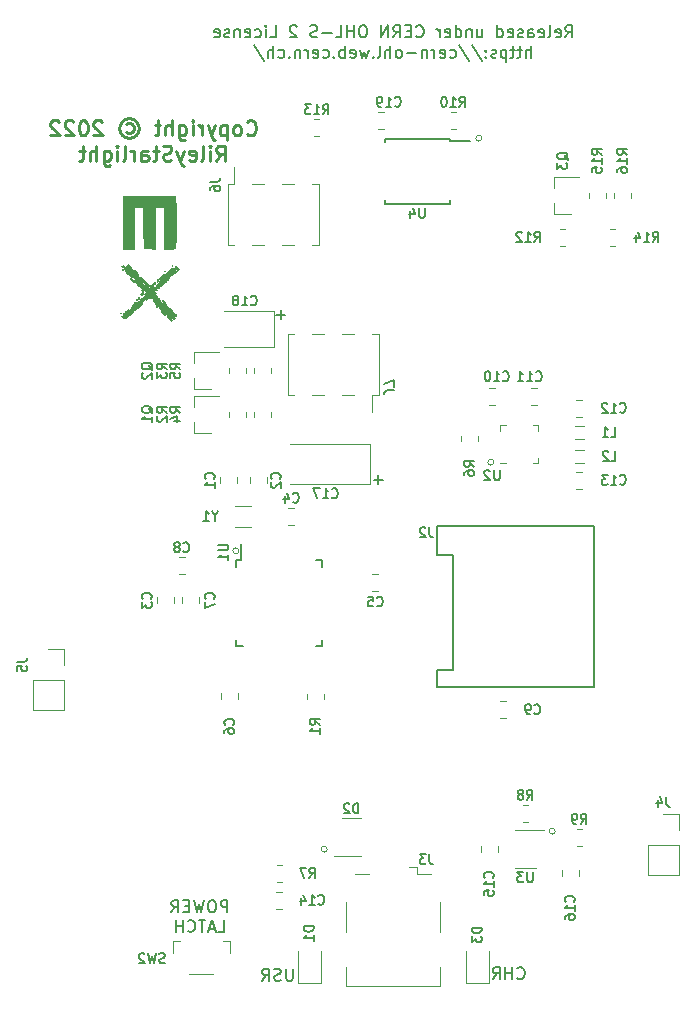
<source format=gbo>
G04 #@! TF.GenerationSoftware,KiCad,Pcbnew,5.1.12-84ad8e8a86~92~ubuntu18.04.1*
G04 #@! TF.CreationDate,2022-01-20T14:35:06+01:00*
G04 #@! TF.ProjectId,pololu-3pi+-audio-expansion,706f6c6f-6c75-42d3-9370-692b2d617564,rev?*
G04 #@! TF.SameCoordinates,Original*
G04 #@! TF.FileFunction,Legend,Bot*
G04 #@! TF.FilePolarity,Positive*
%FSLAX46Y46*%
G04 Gerber Fmt 4.6, Leading zero omitted, Abs format (unit mm)*
G04 Created by KiCad (PCBNEW 5.1.12-84ad8e8a86~92~ubuntu18.04.1) date 2022-01-20 14:35:06*
%MOMM*%
%LPD*%
G01*
G04 APERTURE LIST*
%ADD10C,0.203200*%
%ADD11C,0.254000*%
%ADD12C,0.152400*%
%ADD13C,0.120000*%
%ADD14C,0.010000*%
%ADD15C,0.150000*%
G04 APERTURE END LIST*
D10*
X47582666Y-4676019D02*
X47921333Y-4192209D01*
X48163238Y-4676019D02*
X48163238Y-3660019D01*
X47776190Y-3660019D01*
X47679428Y-3708400D01*
X47631047Y-3756780D01*
X47582666Y-3853542D01*
X47582666Y-3998685D01*
X47631047Y-4095447D01*
X47679428Y-4143828D01*
X47776190Y-4192209D01*
X48163238Y-4192209D01*
X46760190Y-4627638D02*
X46856952Y-4676019D01*
X47050476Y-4676019D01*
X47147238Y-4627638D01*
X47195619Y-4530876D01*
X47195619Y-4143828D01*
X47147238Y-4047066D01*
X47050476Y-3998685D01*
X46856952Y-3998685D01*
X46760190Y-4047066D01*
X46711809Y-4143828D01*
X46711809Y-4240590D01*
X47195619Y-4337352D01*
X46131238Y-4676019D02*
X46228000Y-4627638D01*
X46276380Y-4530876D01*
X46276380Y-3660019D01*
X45357142Y-4627638D02*
X45453904Y-4676019D01*
X45647428Y-4676019D01*
X45744190Y-4627638D01*
X45792571Y-4530876D01*
X45792571Y-4143828D01*
X45744190Y-4047066D01*
X45647428Y-3998685D01*
X45453904Y-3998685D01*
X45357142Y-4047066D01*
X45308761Y-4143828D01*
X45308761Y-4240590D01*
X45792571Y-4337352D01*
X44437904Y-4676019D02*
X44437904Y-4143828D01*
X44486285Y-4047066D01*
X44583047Y-3998685D01*
X44776571Y-3998685D01*
X44873333Y-4047066D01*
X44437904Y-4627638D02*
X44534666Y-4676019D01*
X44776571Y-4676019D01*
X44873333Y-4627638D01*
X44921714Y-4530876D01*
X44921714Y-4434114D01*
X44873333Y-4337352D01*
X44776571Y-4288971D01*
X44534666Y-4288971D01*
X44437904Y-4240590D01*
X44002476Y-4627638D02*
X43905714Y-4676019D01*
X43712190Y-4676019D01*
X43615428Y-4627638D01*
X43567047Y-4530876D01*
X43567047Y-4482495D01*
X43615428Y-4385733D01*
X43712190Y-4337352D01*
X43857333Y-4337352D01*
X43954095Y-4288971D01*
X44002476Y-4192209D01*
X44002476Y-4143828D01*
X43954095Y-4047066D01*
X43857333Y-3998685D01*
X43712190Y-3998685D01*
X43615428Y-4047066D01*
X42744571Y-4627638D02*
X42841333Y-4676019D01*
X43034857Y-4676019D01*
X43131619Y-4627638D01*
X43180000Y-4530876D01*
X43180000Y-4143828D01*
X43131619Y-4047066D01*
X43034857Y-3998685D01*
X42841333Y-3998685D01*
X42744571Y-4047066D01*
X42696190Y-4143828D01*
X42696190Y-4240590D01*
X43180000Y-4337352D01*
X41825333Y-4676019D02*
X41825333Y-3660019D01*
X41825333Y-4627638D02*
X41922095Y-4676019D01*
X42115619Y-4676019D01*
X42212380Y-4627638D01*
X42260761Y-4579257D01*
X42309142Y-4482495D01*
X42309142Y-4192209D01*
X42260761Y-4095447D01*
X42212380Y-4047066D01*
X42115619Y-3998685D01*
X41922095Y-3998685D01*
X41825333Y-4047066D01*
X40132000Y-3998685D02*
X40132000Y-4676019D01*
X40567428Y-3998685D02*
X40567428Y-4530876D01*
X40519047Y-4627638D01*
X40422285Y-4676019D01*
X40277142Y-4676019D01*
X40180380Y-4627638D01*
X40132000Y-4579257D01*
X39648190Y-3998685D02*
X39648190Y-4676019D01*
X39648190Y-4095447D02*
X39599809Y-4047066D01*
X39503047Y-3998685D01*
X39357904Y-3998685D01*
X39261142Y-4047066D01*
X39212761Y-4143828D01*
X39212761Y-4676019D01*
X38293523Y-4676019D02*
X38293523Y-3660019D01*
X38293523Y-4627638D02*
X38390285Y-4676019D01*
X38583809Y-4676019D01*
X38680571Y-4627638D01*
X38728952Y-4579257D01*
X38777333Y-4482495D01*
X38777333Y-4192209D01*
X38728952Y-4095447D01*
X38680571Y-4047066D01*
X38583809Y-3998685D01*
X38390285Y-3998685D01*
X38293523Y-4047066D01*
X37422666Y-4627638D02*
X37519428Y-4676019D01*
X37712952Y-4676019D01*
X37809714Y-4627638D01*
X37858095Y-4530876D01*
X37858095Y-4143828D01*
X37809714Y-4047066D01*
X37712952Y-3998685D01*
X37519428Y-3998685D01*
X37422666Y-4047066D01*
X37374285Y-4143828D01*
X37374285Y-4240590D01*
X37858095Y-4337352D01*
X36938857Y-4676019D02*
X36938857Y-3998685D01*
X36938857Y-4192209D02*
X36890476Y-4095447D01*
X36842095Y-4047066D01*
X36745333Y-3998685D01*
X36648571Y-3998685D01*
X34955238Y-4579257D02*
X35003619Y-4627638D01*
X35148761Y-4676019D01*
X35245523Y-4676019D01*
X35390666Y-4627638D01*
X35487428Y-4530876D01*
X35535809Y-4434114D01*
X35584190Y-4240590D01*
X35584190Y-4095447D01*
X35535809Y-3901923D01*
X35487428Y-3805161D01*
X35390666Y-3708400D01*
X35245523Y-3660019D01*
X35148761Y-3660019D01*
X35003619Y-3708400D01*
X34955238Y-3756780D01*
X34519809Y-4143828D02*
X34181142Y-4143828D01*
X34036000Y-4676019D02*
X34519809Y-4676019D01*
X34519809Y-3660019D01*
X34036000Y-3660019D01*
X33020000Y-4676019D02*
X33358666Y-4192209D01*
X33600571Y-4676019D02*
X33600571Y-3660019D01*
X33213523Y-3660019D01*
X33116761Y-3708400D01*
X33068380Y-3756780D01*
X33020000Y-3853542D01*
X33020000Y-3998685D01*
X33068380Y-4095447D01*
X33116761Y-4143828D01*
X33213523Y-4192209D01*
X33600571Y-4192209D01*
X32584571Y-4676019D02*
X32584571Y-3660019D01*
X32004000Y-4676019D01*
X32004000Y-3660019D01*
X30552571Y-3660019D02*
X30359047Y-3660019D01*
X30262285Y-3708400D01*
X30165523Y-3805161D01*
X30117142Y-3998685D01*
X30117142Y-4337352D01*
X30165523Y-4530876D01*
X30262285Y-4627638D01*
X30359047Y-4676019D01*
X30552571Y-4676019D01*
X30649333Y-4627638D01*
X30746095Y-4530876D01*
X30794476Y-4337352D01*
X30794476Y-3998685D01*
X30746095Y-3805161D01*
X30649333Y-3708400D01*
X30552571Y-3660019D01*
X29681714Y-4676019D02*
X29681714Y-3660019D01*
X29681714Y-4143828D02*
X29101142Y-4143828D01*
X29101142Y-4676019D02*
X29101142Y-3660019D01*
X28133523Y-4676019D02*
X28617333Y-4676019D01*
X28617333Y-3660019D01*
X27794857Y-4288971D02*
X27020761Y-4288971D01*
X26585333Y-4627638D02*
X26440190Y-4676019D01*
X26198285Y-4676019D01*
X26101523Y-4627638D01*
X26053142Y-4579257D01*
X26004761Y-4482495D01*
X26004761Y-4385733D01*
X26053142Y-4288971D01*
X26101523Y-4240590D01*
X26198285Y-4192209D01*
X26391809Y-4143828D01*
X26488571Y-4095447D01*
X26536952Y-4047066D01*
X26585333Y-3950304D01*
X26585333Y-3853542D01*
X26536952Y-3756780D01*
X26488571Y-3708400D01*
X26391809Y-3660019D01*
X26149904Y-3660019D01*
X26004761Y-3708400D01*
X24843619Y-3756780D02*
X24795238Y-3708400D01*
X24698476Y-3660019D01*
X24456571Y-3660019D01*
X24359809Y-3708400D01*
X24311428Y-3756780D01*
X24263047Y-3853542D01*
X24263047Y-3950304D01*
X24311428Y-4095447D01*
X24892000Y-4676019D01*
X24263047Y-4676019D01*
X22569714Y-4676019D02*
X23053523Y-4676019D01*
X23053523Y-3660019D01*
X22231047Y-4676019D02*
X22231047Y-3998685D01*
X22231047Y-3660019D02*
X22279428Y-3708400D01*
X22231047Y-3756780D01*
X22182666Y-3708400D01*
X22231047Y-3660019D01*
X22231047Y-3756780D01*
X21311809Y-4627638D02*
X21408571Y-4676019D01*
X21602095Y-4676019D01*
X21698857Y-4627638D01*
X21747238Y-4579257D01*
X21795619Y-4482495D01*
X21795619Y-4192209D01*
X21747238Y-4095447D01*
X21698857Y-4047066D01*
X21602095Y-3998685D01*
X21408571Y-3998685D01*
X21311809Y-4047066D01*
X20489333Y-4627638D02*
X20586095Y-4676019D01*
X20779619Y-4676019D01*
X20876380Y-4627638D01*
X20924761Y-4530876D01*
X20924761Y-4143828D01*
X20876380Y-4047066D01*
X20779619Y-3998685D01*
X20586095Y-3998685D01*
X20489333Y-4047066D01*
X20440952Y-4143828D01*
X20440952Y-4240590D01*
X20924761Y-4337352D01*
X20005523Y-3998685D02*
X20005523Y-4676019D01*
X20005523Y-4095447D02*
X19957142Y-4047066D01*
X19860380Y-3998685D01*
X19715238Y-3998685D01*
X19618476Y-4047066D01*
X19570095Y-4143828D01*
X19570095Y-4676019D01*
X19134666Y-4627638D02*
X19037904Y-4676019D01*
X18844380Y-4676019D01*
X18747619Y-4627638D01*
X18699238Y-4530876D01*
X18699238Y-4482495D01*
X18747619Y-4385733D01*
X18844380Y-4337352D01*
X18989523Y-4337352D01*
X19086285Y-4288971D01*
X19134666Y-4192209D01*
X19134666Y-4143828D01*
X19086285Y-4047066D01*
X18989523Y-3998685D01*
X18844380Y-3998685D01*
X18747619Y-4047066D01*
X17876761Y-4627638D02*
X17973523Y-4676019D01*
X18167047Y-4676019D01*
X18263809Y-4627638D01*
X18312190Y-4530876D01*
X18312190Y-4143828D01*
X18263809Y-4047066D01*
X18167047Y-3998685D01*
X17973523Y-3998685D01*
X17876761Y-4047066D01*
X17828380Y-4143828D01*
X17828380Y-4240590D01*
X18312190Y-4337352D01*
X44679809Y-6403219D02*
X44679809Y-5387219D01*
X44244380Y-6403219D02*
X44244380Y-5871028D01*
X44292761Y-5774266D01*
X44389523Y-5725885D01*
X44534666Y-5725885D01*
X44631428Y-5774266D01*
X44679809Y-5822647D01*
X43905714Y-5725885D02*
X43518666Y-5725885D01*
X43760571Y-5387219D02*
X43760571Y-6258076D01*
X43712190Y-6354838D01*
X43615428Y-6403219D01*
X43518666Y-6403219D01*
X43325142Y-5725885D02*
X42938095Y-5725885D01*
X43180000Y-5387219D02*
X43180000Y-6258076D01*
X43131619Y-6354838D01*
X43034857Y-6403219D01*
X42938095Y-6403219D01*
X42599428Y-5725885D02*
X42599428Y-6741885D01*
X42599428Y-5774266D02*
X42502666Y-5725885D01*
X42309142Y-5725885D01*
X42212380Y-5774266D01*
X42164000Y-5822647D01*
X42115619Y-5919409D01*
X42115619Y-6209695D01*
X42164000Y-6306457D01*
X42212380Y-6354838D01*
X42309142Y-6403219D01*
X42502666Y-6403219D01*
X42599428Y-6354838D01*
X41728571Y-6354838D02*
X41631809Y-6403219D01*
X41438285Y-6403219D01*
X41341523Y-6354838D01*
X41293142Y-6258076D01*
X41293142Y-6209695D01*
X41341523Y-6112933D01*
X41438285Y-6064552D01*
X41583428Y-6064552D01*
X41680190Y-6016171D01*
X41728571Y-5919409D01*
X41728571Y-5871028D01*
X41680190Y-5774266D01*
X41583428Y-5725885D01*
X41438285Y-5725885D01*
X41341523Y-5774266D01*
X40857714Y-6306457D02*
X40809333Y-6354838D01*
X40857714Y-6403219D01*
X40906095Y-6354838D01*
X40857714Y-6306457D01*
X40857714Y-6403219D01*
X40857714Y-5774266D02*
X40809333Y-5822647D01*
X40857714Y-5871028D01*
X40906095Y-5822647D01*
X40857714Y-5774266D01*
X40857714Y-5871028D01*
X39648190Y-5338838D02*
X40519047Y-6645123D01*
X38583809Y-5338838D02*
X39454666Y-6645123D01*
X37809714Y-6354838D02*
X37906476Y-6403219D01*
X38100000Y-6403219D01*
X38196761Y-6354838D01*
X38245142Y-6306457D01*
X38293523Y-6209695D01*
X38293523Y-5919409D01*
X38245142Y-5822647D01*
X38196761Y-5774266D01*
X38100000Y-5725885D01*
X37906476Y-5725885D01*
X37809714Y-5774266D01*
X36987238Y-6354838D02*
X37084000Y-6403219D01*
X37277523Y-6403219D01*
X37374285Y-6354838D01*
X37422666Y-6258076D01*
X37422666Y-5871028D01*
X37374285Y-5774266D01*
X37277523Y-5725885D01*
X37084000Y-5725885D01*
X36987238Y-5774266D01*
X36938857Y-5871028D01*
X36938857Y-5967790D01*
X37422666Y-6064552D01*
X36503428Y-6403219D02*
X36503428Y-5725885D01*
X36503428Y-5919409D02*
X36455047Y-5822647D01*
X36406666Y-5774266D01*
X36309904Y-5725885D01*
X36213142Y-5725885D01*
X35874476Y-5725885D02*
X35874476Y-6403219D01*
X35874476Y-5822647D02*
X35826095Y-5774266D01*
X35729333Y-5725885D01*
X35584190Y-5725885D01*
X35487428Y-5774266D01*
X35439047Y-5871028D01*
X35439047Y-6403219D01*
X34955238Y-6016171D02*
X34181142Y-6016171D01*
X33552190Y-6403219D02*
X33648952Y-6354838D01*
X33697333Y-6306457D01*
X33745714Y-6209695D01*
X33745714Y-5919409D01*
X33697333Y-5822647D01*
X33648952Y-5774266D01*
X33552190Y-5725885D01*
X33407047Y-5725885D01*
X33310285Y-5774266D01*
X33261904Y-5822647D01*
X33213523Y-5919409D01*
X33213523Y-6209695D01*
X33261904Y-6306457D01*
X33310285Y-6354838D01*
X33407047Y-6403219D01*
X33552190Y-6403219D01*
X32778095Y-6403219D02*
X32778095Y-5387219D01*
X32342666Y-6403219D02*
X32342666Y-5871028D01*
X32391047Y-5774266D01*
X32487809Y-5725885D01*
X32632952Y-5725885D01*
X32729714Y-5774266D01*
X32778095Y-5822647D01*
X31713714Y-6403219D02*
X31810476Y-6354838D01*
X31858857Y-6258076D01*
X31858857Y-5387219D01*
X31326666Y-6306457D02*
X31278285Y-6354838D01*
X31326666Y-6403219D01*
X31375047Y-6354838D01*
X31326666Y-6306457D01*
X31326666Y-6403219D01*
X30939619Y-5725885D02*
X30746095Y-6403219D01*
X30552571Y-5919409D01*
X30359047Y-6403219D01*
X30165523Y-5725885D01*
X29391428Y-6354838D02*
X29488190Y-6403219D01*
X29681714Y-6403219D01*
X29778476Y-6354838D01*
X29826857Y-6258076D01*
X29826857Y-5871028D01*
X29778476Y-5774266D01*
X29681714Y-5725885D01*
X29488190Y-5725885D01*
X29391428Y-5774266D01*
X29343047Y-5871028D01*
X29343047Y-5967790D01*
X29826857Y-6064552D01*
X28907619Y-6403219D02*
X28907619Y-5387219D01*
X28907619Y-5774266D02*
X28810857Y-5725885D01*
X28617333Y-5725885D01*
X28520571Y-5774266D01*
X28472190Y-5822647D01*
X28423809Y-5919409D01*
X28423809Y-6209695D01*
X28472190Y-6306457D01*
X28520571Y-6354838D01*
X28617333Y-6403219D01*
X28810857Y-6403219D01*
X28907619Y-6354838D01*
X27988380Y-6306457D02*
X27940000Y-6354838D01*
X27988380Y-6403219D01*
X28036761Y-6354838D01*
X27988380Y-6306457D01*
X27988380Y-6403219D01*
X27069142Y-6354838D02*
X27165904Y-6403219D01*
X27359428Y-6403219D01*
X27456190Y-6354838D01*
X27504571Y-6306457D01*
X27552952Y-6209695D01*
X27552952Y-5919409D01*
X27504571Y-5822647D01*
X27456190Y-5774266D01*
X27359428Y-5725885D01*
X27165904Y-5725885D01*
X27069142Y-5774266D01*
X26246666Y-6354838D02*
X26343428Y-6403219D01*
X26536952Y-6403219D01*
X26633714Y-6354838D01*
X26682095Y-6258076D01*
X26682095Y-5871028D01*
X26633714Y-5774266D01*
X26536952Y-5725885D01*
X26343428Y-5725885D01*
X26246666Y-5774266D01*
X26198285Y-5871028D01*
X26198285Y-5967790D01*
X26682095Y-6064552D01*
X25762857Y-6403219D02*
X25762857Y-5725885D01*
X25762857Y-5919409D02*
X25714476Y-5822647D01*
X25666095Y-5774266D01*
X25569333Y-5725885D01*
X25472571Y-5725885D01*
X25133904Y-5725885D02*
X25133904Y-6403219D01*
X25133904Y-5822647D02*
X25085523Y-5774266D01*
X24988761Y-5725885D01*
X24843619Y-5725885D01*
X24746857Y-5774266D01*
X24698476Y-5871028D01*
X24698476Y-6403219D01*
X24214666Y-6306457D02*
X24166285Y-6354838D01*
X24214666Y-6403219D01*
X24263047Y-6354838D01*
X24214666Y-6306457D01*
X24214666Y-6403219D01*
X23295428Y-6354838D02*
X23392190Y-6403219D01*
X23585714Y-6403219D01*
X23682476Y-6354838D01*
X23730857Y-6306457D01*
X23779238Y-6209695D01*
X23779238Y-5919409D01*
X23730857Y-5822647D01*
X23682476Y-5774266D01*
X23585714Y-5725885D01*
X23392190Y-5725885D01*
X23295428Y-5774266D01*
X22860000Y-6403219D02*
X22860000Y-5387219D01*
X22424571Y-6403219D02*
X22424571Y-5871028D01*
X22472952Y-5774266D01*
X22569714Y-5725885D01*
X22714857Y-5725885D01*
X22811619Y-5774266D01*
X22860000Y-5822647D01*
X21215047Y-5338838D02*
X22085904Y-6645123D01*
D11*
X20622380Y-12836071D02*
X20682857Y-12896547D01*
X20864285Y-12957023D01*
X20985238Y-12957023D01*
X21166666Y-12896547D01*
X21287619Y-12775595D01*
X21348095Y-12654642D01*
X21408571Y-12412738D01*
X21408571Y-12231309D01*
X21348095Y-11989404D01*
X21287619Y-11868452D01*
X21166666Y-11747500D01*
X20985238Y-11687023D01*
X20864285Y-11687023D01*
X20682857Y-11747500D01*
X20622380Y-11807976D01*
X19896666Y-12957023D02*
X20017619Y-12896547D01*
X20078095Y-12836071D01*
X20138571Y-12715119D01*
X20138571Y-12352261D01*
X20078095Y-12231309D01*
X20017619Y-12170833D01*
X19896666Y-12110357D01*
X19715238Y-12110357D01*
X19594285Y-12170833D01*
X19533809Y-12231309D01*
X19473333Y-12352261D01*
X19473333Y-12715119D01*
X19533809Y-12836071D01*
X19594285Y-12896547D01*
X19715238Y-12957023D01*
X19896666Y-12957023D01*
X18929047Y-12110357D02*
X18929047Y-13380357D01*
X18929047Y-12170833D02*
X18808095Y-12110357D01*
X18566190Y-12110357D01*
X18445238Y-12170833D01*
X18384761Y-12231309D01*
X18324285Y-12352261D01*
X18324285Y-12715119D01*
X18384761Y-12836071D01*
X18445238Y-12896547D01*
X18566190Y-12957023D01*
X18808095Y-12957023D01*
X18929047Y-12896547D01*
X17900952Y-12110357D02*
X17598571Y-12957023D01*
X17296190Y-12110357D02*
X17598571Y-12957023D01*
X17719523Y-13259404D01*
X17780000Y-13319880D01*
X17900952Y-13380357D01*
X16812380Y-12957023D02*
X16812380Y-12110357D01*
X16812380Y-12352261D02*
X16751904Y-12231309D01*
X16691428Y-12170833D01*
X16570476Y-12110357D01*
X16449523Y-12110357D01*
X16026190Y-12957023D02*
X16026190Y-12110357D01*
X16026190Y-11687023D02*
X16086666Y-11747500D01*
X16026190Y-11807976D01*
X15965714Y-11747500D01*
X16026190Y-11687023D01*
X16026190Y-11807976D01*
X14877142Y-12110357D02*
X14877142Y-13138452D01*
X14937619Y-13259404D01*
X14998095Y-13319880D01*
X15119047Y-13380357D01*
X15300476Y-13380357D01*
X15421428Y-13319880D01*
X14877142Y-12896547D02*
X14998095Y-12957023D01*
X15239999Y-12957023D01*
X15360952Y-12896547D01*
X15421428Y-12836071D01*
X15481904Y-12715119D01*
X15481904Y-12352261D01*
X15421428Y-12231309D01*
X15360952Y-12170833D01*
X15239999Y-12110357D01*
X14998095Y-12110357D01*
X14877142Y-12170833D01*
X14272380Y-12957023D02*
X14272380Y-11687023D01*
X13728095Y-12957023D02*
X13728095Y-12291785D01*
X13788571Y-12170833D01*
X13909523Y-12110357D01*
X14090952Y-12110357D01*
X14211904Y-12170833D01*
X14272380Y-12231309D01*
X13304761Y-12110357D02*
X12820952Y-12110357D01*
X13123333Y-11687023D02*
X13123333Y-12775595D01*
X13062857Y-12896547D01*
X12941904Y-12957023D01*
X12820952Y-12957023D01*
X10401904Y-11989404D02*
X10522857Y-11928928D01*
X10764761Y-11928928D01*
X10885714Y-11989404D01*
X11006666Y-12110357D01*
X11067142Y-12231309D01*
X11067142Y-12473214D01*
X11006666Y-12594166D01*
X10885714Y-12715119D01*
X10764761Y-12775595D01*
X10522857Y-12775595D01*
X10401904Y-12715119D01*
X10643809Y-11505595D02*
X10946190Y-11566071D01*
X11248571Y-11747500D01*
X11429999Y-12049880D01*
X11490476Y-12352261D01*
X11429999Y-12654642D01*
X11248571Y-12957023D01*
X10946190Y-13138452D01*
X10643809Y-13198928D01*
X10341428Y-13138452D01*
X10039047Y-12957023D01*
X9857619Y-12654642D01*
X9797142Y-12352261D01*
X9857619Y-12049880D01*
X10039047Y-11747500D01*
X10341428Y-11566071D01*
X10643809Y-11505595D01*
X8345714Y-11807976D02*
X8285238Y-11747500D01*
X8164285Y-11687023D01*
X7861904Y-11687023D01*
X7740952Y-11747500D01*
X7680476Y-11807976D01*
X7619999Y-11928928D01*
X7619999Y-12049880D01*
X7680476Y-12231309D01*
X8406190Y-12957023D01*
X7619999Y-12957023D01*
X6833809Y-11687023D02*
X6712857Y-11687023D01*
X6591904Y-11747500D01*
X6531428Y-11807976D01*
X6470952Y-11928928D01*
X6410476Y-12170833D01*
X6410476Y-12473214D01*
X6470952Y-12715119D01*
X6531428Y-12836071D01*
X6591904Y-12896547D01*
X6712857Y-12957023D01*
X6833809Y-12957023D01*
X6954761Y-12896547D01*
X7015238Y-12836071D01*
X7075714Y-12715119D01*
X7136190Y-12473214D01*
X7136190Y-12170833D01*
X7075714Y-11928928D01*
X7015238Y-11807976D01*
X6954761Y-11747500D01*
X6833809Y-11687023D01*
X5926666Y-11807976D02*
X5866190Y-11747500D01*
X5745238Y-11687023D01*
X5442857Y-11687023D01*
X5321904Y-11747500D01*
X5261428Y-11807976D01*
X5200952Y-11928928D01*
X5200952Y-12049880D01*
X5261428Y-12231309D01*
X5987142Y-12957023D01*
X5200952Y-12957023D01*
X4717142Y-11807976D02*
X4656666Y-11747500D01*
X4535714Y-11687023D01*
X4233333Y-11687023D01*
X4112380Y-11747500D01*
X4051904Y-11807976D01*
X3991428Y-11928928D01*
X3991428Y-12049880D01*
X4051904Y-12231309D01*
X4777619Y-12957023D01*
X3991428Y-12957023D01*
X18052142Y-15116023D02*
X18475476Y-14511261D01*
X18777857Y-15116023D02*
X18777857Y-13846023D01*
X18294047Y-13846023D01*
X18173095Y-13906500D01*
X18112619Y-13966976D01*
X18052142Y-14087928D01*
X18052142Y-14269357D01*
X18112619Y-14390309D01*
X18173095Y-14450785D01*
X18294047Y-14511261D01*
X18777857Y-14511261D01*
X17507857Y-15116023D02*
X17507857Y-14269357D01*
X17507857Y-13846023D02*
X17568333Y-13906500D01*
X17507857Y-13966976D01*
X17447380Y-13906500D01*
X17507857Y-13846023D01*
X17507857Y-13966976D01*
X16721666Y-15116023D02*
X16842619Y-15055547D01*
X16903095Y-14934595D01*
X16903095Y-13846023D01*
X15754047Y-15055547D02*
X15875000Y-15116023D01*
X16116904Y-15116023D01*
X16237857Y-15055547D01*
X16298333Y-14934595D01*
X16298333Y-14450785D01*
X16237857Y-14329833D01*
X16116904Y-14269357D01*
X15875000Y-14269357D01*
X15754047Y-14329833D01*
X15693571Y-14450785D01*
X15693571Y-14571738D01*
X16298333Y-14692690D01*
X15270238Y-14269357D02*
X14967857Y-15116023D01*
X14665476Y-14269357D02*
X14967857Y-15116023D01*
X15088809Y-15418404D01*
X15149285Y-15478880D01*
X15270238Y-15539357D01*
X14242142Y-15055547D02*
X14060714Y-15116023D01*
X13758333Y-15116023D01*
X13637380Y-15055547D01*
X13576904Y-14995071D01*
X13516428Y-14874119D01*
X13516428Y-14753166D01*
X13576904Y-14632214D01*
X13637380Y-14571738D01*
X13758333Y-14511261D01*
X14000238Y-14450785D01*
X14121190Y-14390309D01*
X14181666Y-14329833D01*
X14242142Y-14208880D01*
X14242142Y-14087928D01*
X14181666Y-13966976D01*
X14121190Y-13906500D01*
X14000238Y-13846023D01*
X13697857Y-13846023D01*
X13516428Y-13906500D01*
X13153571Y-14269357D02*
X12669761Y-14269357D01*
X12972142Y-13846023D02*
X12972142Y-14934595D01*
X12911666Y-15055547D01*
X12790714Y-15116023D01*
X12669761Y-15116023D01*
X11702142Y-15116023D02*
X11702142Y-14450785D01*
X11762619Y-14329833D01*
X11883571Y-14269357D01*
X12125476Y-14269357D01*
X12246428Y-14329833D01*
X11702142Y-15055547D02*
X11823095Y-15116023D01*
X12125476Y-15116023D01*
X12246428Y-15055547D01*
X12306904Y-14934595D01*
X12306904Y-14813642D01*
X12246428Y-14692690D01*
X12125476Y-14632214D01*
X11823095Y-14632214D01*
X11702142Y-14571738D01*
X11097380Y-15116023D02*
X11097380Y-14269357D01*
X11097380Y-14511261D02*
X11036904Y-14390309D01*
X10976428Y-14329833D01*
X10855476Y-14269357D01*
X10734523Y-14269357D01*
X10129761Y-15116023D02*
X10250714Y-15055547D01*
X10311190Y-14934595D01*
X10311190Y-13846023D01*
X9645952Y-15116023D02*
X9645952Y-14269357D01*
X9645952Y-13846023D02*
X9706428Y-13906500D01*
X9645952Y-13966976D01*
X9585476Y-13906500D01*
X9645952Y-13846023D01*
X9645952Y-13966976D01*
X8496904Y-14269357D02*
X8496904Y-15297452D01*
X8557380Y-15418404D01*
X8617857Y-15478880D01*
X8738809Y-15539357D01*
X8920238Y-15539357D01*
X9041190Y-15478880D01*
X8496904Y-15055547D02*
X8617857Y-15116023D01*
X8859761Y-15116023D01*
X8980714Y-15055547D01*
X9041190Y-14995071D01*
X9101666Y-14874119D01*
X9101666Y-14511261D01*
X9041190Y-14390309D01*
X8980714Y-14329833D01*
X8859761Y-14269357D01*
X8617857Y-14269357D01*
X8496904Y-14329833D01*
X7892142Y-15116023D02*
X7892142Y-13846023D01*
X7347857Y-15116023D02*
X7347857Y-14450785D01*
X7408333Y-14329833D01*
X7529285Y-14269357D01*
X7710714Y-14269357D01*
X7831666Y-14329833D01*
X7892142Y-14390309D01*
X6924523Y-14269357D02*
X6440714Y-14269357D01*
X6743095Y-13846023D02*
X6743095Y-14934595D01*
X6682619Y-15055547D01*
X6561666Y-15116023D01*
X6440714Y-15116023D01*
D12*
X24523095Y-83517619D02*
X24523095Y-84340095D01*
X24474714Y-84436857D01*
X24426333Y-84485238D01*
X24329571Y-84533619D01*
X24136047Y-84533619D01*
X24039285Y-84485238D01*
X23990904Y-84436857D01*
X23942523Y-84340095D01*
X23942523Y-83517619D01*
X23507095Y-84485238D02*
X23361952Y-84533619D01*
X23120047Y-84533619D01*
X23023285Y-84485238D01*
X22974904Y-84436857D01*
X22926523Y-84340095D01*
X22926523Y-84243333D01*
X22974904Y-84146571D01*
X23023285Y-84098190D01*
X23120047Y-84049809D01*
X23313571Y-84001428D01*
X23410333Y-83953047D01*
X23458714Y-83904666D01*
X23507095Y-83807904D01*
X23507095Y-83711142D01*
X23458714Y-83614380D01*
X23410333Y-83566000D01*
X23313571Y-83517619D01*
X23071666Y-83517619D01*
X22926523Y-83566000D01*
X21910523Y-84533619D02*
X22249190Y-84049809D01*
X22491095Y-84533619D02*
X22491095Y-83517619D01*
X22104047Y-83517619D01*
X22007285Y-83566000D01*
X21958904Y-83614380D01*
X21910523Y-83711142D01*
X21910523Y-83856285D01*
X21958904Y-83953047D01*
X22007285Y-84001428D01*
X22104047Y-84049809D01*
X22491095Y-84049809D01*
X43524714Y-84309857D02*
X43573095Y-84358238D01*
X43718238Y-84406619D01*
X43815000Y-84406619D01*
X43960142Y-84358238D01*
X44056904Y-84261476D01*
X44105285Y-84164714D01*
X44153666Y-83971190D01*
X44153666Y-83826047D01*
X44105285Y-83632523D01*
X44056904Y-83535761D01*
X43960142Y-83439000D01*
X43815000Y-83390619D01*
X43718238Y-83390619D01*
X43573095Y-83439000D01*
X43524714Y-83487380D01*
X43089285Y-84406619D02*
X43089285Y-83390619D01*
X43089285Y-83874428D02*
X42508714Y-83874428D01*
X42508714Y-84406619D02*
X42508714Y-83390619D01*
X41444333Y-84406619D02*
X41783000Y-83922809D01*
X42024904Y-84406619D02*
X42024904Y-83390619D01*
X41637857Y-83390619D01*
X41541095Y-83439000D01*
X41492714Y-83487380D01*
X41444333Y-83584142D01*
X41444333Y-83729285D01*
X41492714Y-83826047D01*
X41541095Y-83874428D01*
X41637857Y-83922809D01*
X42024904Y-83922809D01*
D13*
X40513000Y-13208000D02*
G75*
G03*
X40513000Y-13208000I-254000J0D01*
G01*
X41529000Y-40640000D02*
G75*
G03*
X41529000Y-40640000I-254000J0D01*
G01*
D12*
X23882047Y-28139571D02*
X23107952Y-28139571D01*
X23495000Y-28526619D02*
X23495000Y-27752523D01*
X32137047Y-42109571D02*
X31362952Y-42109571D01*
X31750000Y-42496619D02*
X31750000Y-41722523D01*
D13*
X19939000Y-48133000D02*
G75*
G03*
X19939000Y-48133000I-254000J0D01*
G01*
X46736000Y-71882000D02*
G75*
G03*
X46736000Y-71882000I-254000J0D01*
G01*
D12*
X18983476Y-78742419D02*
X18983476Y-77726419D01*
X18596428Y-77726419D01*
X18499666Y-77774800D01*
X18451285Y-77823180D01*
X18402904Y-77919942D01*
X18402904Y-78065085D01*
X18451285Y-78161847D01*
X18499666Y-78210228D01*
X18596428Y-78258609D01*
X18983476Y-78258609D01*
X17773952Y-77726419D02*
X17580428Y-77726419D01*
X17483666Y-77774800D01*
X17386904Y-77871561D01*
X17338523Y-78065085D01*
X17338523Y-78403752D01*
X17386904Y-78597276D01*
X17483666Y-78694038D01*
X17580428Y-78742419D01*
X17773952Y-78742419D01*
X17870714Y-78694038D01*
X17967476Y-78597276D01*
X18015857Y-78403752D01*
X18015857Y-78065085D01*
X17967476Y-77871561D01*
X17870714Y-77774800D01*
X17773952Y-77726419D01*
X16999857Y-77726419D02*
X16757952Y-78742419D01*
X16564428Y-78016704D01*
X16370904Y-78742419D01*
X16129000Y-77726419D01*
X15741952Y-78210228D02*
X15403285Y-78210228D01*
X15258142Y-78742419D02*
X15741952Y-78742419D01*
X15741952Y-77726419D01*
X15258142Y-77726419D01*
X14242142Y-78742419D02*
X14580809Y-78258609D01*
X14822714Y-78742419D02*
X14822714Y-77726419D01*
X14435666Y-77726419D01*
X14338904Y-77774800D01*
X14290523Y-77823180D01*
X14242142Y-77919942D01*
X14242142Y-78065085D01*
X14290523Y-78161847D01*
X14338904Y-78210228D01*
X14435666Y-78258609D01*
X14822714Y-78258609D01*
X18185190Y-80418819D02*
X18669000Y-80418819D01*
X18669000Y-79402819D01*
X17894904Y-80128533D02*
X17411095Y-80128533D01*
X17991666Y-80418819D02*
X17653000Y-79402819D01*
X17314333Y-80418819D01*
X17120809Y-79402819D02*
X16540238Y-79402819D01*
X16830523Y-80418819D02*
X16830523Y-79402819D01*
X15621000Y-80322057D02*
X15669380Y-80370438D01*
X15814523Y-80418819D01*
X15911285Y-80418819D01*
X16056428Y-80370438D01*
X16153190Y-80273676D01*
X16201571Y-80176914D01*
X16249952Y-79983390D01*
X16249952Y-79838247D01*
X16201571Y-79644723D01*
X16153190Y-79547961D01*
X16056428Y-79451200D01*
X15911285Y-79402819D01*
X15814523Y-79402819D01*
X15669380Y-79451200D01*
X15621000Y-79499580D01*
X15185571Y-80418819D02*
X15185571Y-79402819D01*
X15185571Y-79886628D02*
X14605000Y-79886628D01*
X14605000Y-80418819D02*
X14605000Y-79402819D01*
D13*
X27432000Y-73406000D02*
G75*
G03*
X27432000Y-73406000I-254000J0D01*
G01*
D14*
G36*
X9891889Y-27996444D02*
G01*
X9917250Y-28023368D01*
X9921777Y-28024666D01*
X9933899Y-28002831D01*
X9934222Y-27996444D01*
X9912526Y-27969306D01*
X9904335Y-27968222D01*
X9887479Y-27985512D01*
X9891889Y-27996444D01*
G37*
X9891889Y-27996444D02*
X9917250Y-28023368D01*
X9921777Y-28024666D01*
X9933899Y-28002831D01*
X9934222Y-27996444D01*
X9912526Y-27969306D01*
X9904335Y-27968222D01*
X9887479Y-27985512D01*
X9891889Y-27996444D01*
G36*
X10064116Y-24379031D02*
G01*
X10103556Y-24369889D01*
X10130595Y-24330748D01*
X10114021Y-24292117D01*
X10110611Y-24289850D01*
X10076550Y-24296606D01*
X10054448Y-24314914D01*
X10039688Y-24355860D01*
X10064116Y-24379031D01*
G37*
X10064116Y-24379031D02*
X10103556Y-24369889D01*
X10130595Y-24330748D01*
X10114021Y-24292117D01*
X10110611Y-24289850D01*
X10076550Y-24296606D01*
X10054448Y-24314914D01*
X10039688Y-24355860D01*
X10064116Y-24379031D01*
G36*
X10743010Y-25101914D02*
G01*
X10790520Y-25162251D01*
X10854698Y-25230380D01*
X10923266Y-25294306D01*
X10983945Y-25342038D01*
X11024458Y-25361582D01*
X11030540Y-25360354D01*
X11061109Y-25314131D01*
X11044969Y-25250753D01*
X11008761Y-25204538D01*
X10943173Y-25165866D01*
X10898187Y-25164891D01*
X10852521Y-25162701D01*
X10832956Y-25116172D01*
X10832593Y-25113696D01*
X10811387Y-25068698D01*
X10774134Y-25039441D01*
X10739083Y-25034757D01*
X10724445Y-25061362D01*
X10743010Y-25101914D01*
G37*
X10743010Y-25101914D02*
X10790520Y-25162251D01*
X10854698Y-25230380D01*
X10923266Y-25294306D01*
X10983945Y-25342038D01*
X11024458Y-25361582D01*
X11030540Y-25360354D01*
X11061109Y-25314131D01*
X11044969Y-25250753D01*
X11008761Y-25204538D01*
X10943173Y-25165866D01*
X10898187Y-25164891D01*
X10852521Y-25162701D01*
X10832956Y-25116172D01*
X10832593Y-25113696D01*
X10811387Y-25068698D01*
X10774134Y-25039441D01*
X10739083Y-25034757D01*
X10724445Y-25061362D01*
X10743010Y-25101914D01*
G36*
X11275402Y-26862170D02*
G01*
X11288889Y-26867555D01*
X11316303Y-26847299D01*
X11317111Y-26840999D01*
X11296597Y-26802776D01*
X11288889Y-26797000D01*
X11264728Y-26803398D01*
X11260667Y-26823556D01*
X11275402Y-26862170D01*
G37*
X11275402Y-26862170D02*
X11288889Y-26867555D01*
X11316303Y-26847299D01*
X11317111Y-26840999D01*
X11296597Y-26802776D01*
X11288889Y-26797000D01*
X11264728Y-26803398D01*
X11260667Y-26823556D01*
X11275402Y-26862170D01*
G36*
X11386903Y-26753430D02*
G01*
X11427423Y-26778198D01*
X11459888Y-26782889D01*
X11503097Y-26765450D01*
X11514667Y-26712333D01*
X11501182Y-26657450D01*
X11475789Y-26641777D01*
X11426128Y-26661296D01*
X11389823Y-26704772D01*
X11384880Y-26749586D01*
X11386903Y-26753430D01*
G37*
X11386903Y-26753430D02*
X11427423Y-26778198D01*
X11459888Y-26782889D01*
X11503097Y-26765450D01*
X11514667Y-26712333D01*
X11501182Y-26657450D01*
X11475789Y-26641777D01*
X11426128Y-26661296D01*
X11389823Y-26704772D01*
X11384880Y-26749586D01*
X11386903Y-26753430D01*
G36*
X11626605Y-26425620D02*
G01*
X11645456Y-26448408D01*
X11703867Y-26492053D01*
X11754964Y-26495872D01*
X11781465Y-26465389D01*
X11800354Y-26386003D01*
X11811682Y-26302549D01*
X11813398Y-26236059D01*
X11806449Y-26209189D01*
X11778283Y-26216805D01*
X11727580Y-26257527D01*
X11692641Y-26293004D01*
X11637800Y-26355984D01*
X11617431Y-26394778D01*
X11626605Y-26425620D01*
G37*
X11626605Y-26425620D02*
X11645456Y-26448408D01*
X11703867Y-26492053D01*
X11754964Y-26495872D01*
X11781465Y-26465389D01*
X11800354Y-26386003D01*
X11811682Y-26302549D01*
X11813398Y-26236059D01*
X11806449Y-26209189D01*
X11778283Y-26216805D01*
X11727580Y-26257527D01*
X11692641Y-26293004D01*
X11637800Y-26355984D01*
X11617431Y-26394778D01*
X11626605Y-26425620D01*
G36*
X12097341Y-26886923D02*
G01*
X12107334Y-26881666D01*
X12134286Y-26855075D01*
X12135556Y-26850113D01*
X12117326Y-26848187D01*
X12107334Y-26853444D01*
X12080381Y-26880035D01*
X12079111Y-26884997D01*
X12097341Y-26886923D01*
G37*
X12097341Y-26886923D02*
X12107334Y-26881666D01*
X12134286Y-26855075D01*
X12135556Y-26850113D01*
X12117326Y-26848187D01*
X12107334Y-26853444D01*
X12080381Y-26880035D01*
X12079111Y-26884997D01*
X12097341Y-26886923D01*
G36*
X12210230Y-26774034D02*
G01*
X12220222Y-26768777D01*
X12247175Y-26742186D01*
X12248445Y-26737224D01*
X12230215Y-26735298D01*
X12220222Y-26740555D01*
X12193270Y-26767147D01*
X12192000Y-26772109D01*
X12210230Y-26774034D01*
G37*
X12210230Y-26774034D02*
X12220222Y-26768777D01*
X12247175Y-26742186D01*
X12248445Y-26737224D01*
X12230215Y-26735298D01*
X12220222Y-26740555D01*
X12193270Y-26767147D01*
X12192000Y-26772109D01*
X12210230Y-26774034D01*
G36*
X12607809Y-25596228D02*
G01*
X12654923Y-25591939D01*
X12705986Y-25566076D01*
X12716944Y-25556421D01*
X12768672Y-25529500D01*
X12799595Y-25531218D01*
X12831928Y-25526732D01*
X12841111Y-25478278D01*
X12834126Y-25417838D01*
X12822296Y-25390592D01*
X12780344Y-25371832D01*
X12778372Y-25371777D01*
X12745278Y-25391362D01*
X12693783Y-25438814D01*
X12639795Y-25497178D01*
X12599222Y-25549500D01*
X12587111Y-25575623D01*
X12607809Y-25596228D01*
G37*
X12607809Y-25596228D02*
X12654923Y-25591939D01*
X12705986Y-25566076D01*
X12716944Y-25556421D01*
X12768672Y-25529500D01*
X12799595Y-25531218D01*
X12831928Y-25526732D01*
X12841111Y-25478278D01*
X12834126Y-25417838D01*
X12822296Y-25390592D01*
X12780344Y-25371832D01*
X12778372Y-25371777D01*
X12745278Y-25391362D01*
X12693783Y-25438814D01*
X12639795Y-25497178D01*
X12599222Y-25549500D01*
X12587111Y-25575623D01*
X12607809Y-25596228D01*
G36*
X12972230Y-26068479D02*
G01*
X12982222Y-26063222D01*
X13009175Y-26036630D01*
X13010445Y-26031668D01*
X12992215Y-26029743D01*
X12982222Y-26035000D01*
X12955270Y-26061591D01*
X12954000Y-26066553D01*
X12972230Y-26068479D01*
G37*
X12972230Y-26068479D02*
X12982222Y-26063222D01*
X13009175Y-26036630D01*
X13010445Y-26031668D01*
X12992215Y-26029743D01*
X12982222Y-26035000D01*
X12955270Y-26061591D01*
X12954000Y-26066553D01*
X12972230Y-26068479D01*
G36*
X13660726Y-24483728D02*
G01*
X13669675Y-24480404D01*
X13704354Y-24455022D01*
X13719051Y-24424964D01*
X13705345Y-24412222D01*
X13681023Y-24430945D01*
X13659020Y-24455201D01*
X13638428Y-24485798D01*
X13660726Y-24483728D01*
G37*
X13660726Y-24483728D02*
X13669675Y-24480404D01*
X13704354Y-24455022D01*
X13719051Y-24424964D01*
X13705345Y-24412222D01*
X13681023Y-24430945D01*
X13659020Y-24455201D01*
X13638428Y-24485798D01*
X13660726Y-24483728D01*
G36*
X14269961Y-24007869D02*
G01*
X14278328Y-24011701D01*
X14304062Y-23998078D01*
X14308667Y-23974777D01*
X14294347Y-23939653D01*
X14278328Y-23937853D01*
X14249170Y-23966989D01*
X14247989Y-23974777D01*
X14269961Y-24007869D01*
G37*
X14269961Y-24007869D02*
X14278328Y-24011701D01*
X14304062Y-23998078D01*
X14308667Y-23974777D01*
X14294347Y-23939653D01*
X14278328Y-23937853D01*
X14249170Y-23966989D01*
X14247989Y-23974777D01*
X14269961Y-24007869D01*
G36*
X11034889Y-22549555D02*
G01*
X11034889Y-18992046D01*
X11867445Y-19007666D01*
X11873107Y-20771555D01*
X11878770Y-22535444D01*
X12345829Y-22543182D01*
X12812889Y-22550920D01*
X12812889Y-18993555D01*
X13631334Y-18993555D01*
X13631334Y-22549555D01*
X14093981Y-22549555D01*
X14270204Y-22548771D01*
X14397701Y-22545969D01*
X14484172Y-22540473D01*
X14537319Y-22531608D01*
X14564844Y-22518698D01*
X14572744Y-22507557D01*
X14575833Y-22472006D01*
X14578617Y-22385743D01*
X14581097Y-22254014D01*
X14583272Y-22082063D01*
X14585144Y-21875136D01*
X14586712Y-21638480D01*
X14587977Y-21377339D01*
X14588938Y-21096959D01*
X14589596Y-20802586D01*
X14589951Y-20499465D01*
X14590004Y-20192842D01*
X14589754Y-19887962D01*
X14589201Y-19590071D01*
X14588347Y-19304415D01*
X14587191Y-19036239D01*
X14585733Y-18790788D01*
X14583974Y-18573309D01*
X14581914Y-18389047D01*
X14579552Y-18243247D01*
X14576890Y-18141155D01*
X14573927Y-18088016D01*
X14572568Y-18081530D01*
X14541972Y-18078500D01*
X14459237Y-18075615D01*
X14328667Y-18072914D01*
X14154567Y-18070433D01*
X13941243Y-18068209D01*
X13692999Y-18066280D01*
X13414140Y-18064681D01*
X13108972Y-18063451D01*
X12781798Y-18062627D01*
X12436924Y-18062245D01*
X12328408Y-18062222D01*
X10103556Y-18062222D01*
X10103556Y-22549555D01*
X11034889Y-22549555D01*
G37*
X11034889Y-22549555D02*
X11034889Y-18992046D01*
X11867445Y-19007666D01*
X11873107Y-20771555D01*
X11878770Y-22535444D01*
X12345829Y-22543182D01*
X12812889Y-22550920D01*
X12812889Y-18993555D01*
X13631334Y-18993555D01*
X13631334Y-22549555D01*
X14093981Y-22549555D01*
X14270204Y-22548771D01*
X14397701Y-22545969D01*
X14484172Y-22540473D01*
X14537319Y-22531608D01*
X14564844Y-22518698D01*
X14572744Y-22507557D01*
X14575833Y-22472006D01*
X14578617Y-22385743D01*
X14581097Y-22254014D01*
X14583272Y-22082063D01*
X14585144Y-21875136D01*
X14586712Y-21638480D01*
X14587977Y-21377339D01*
X14588938Y-21096959D01*
X14589596Y-20802586D01*
X14589951Y-20499465D01*
X14590004Y-20192842D01*
X14589754Y-19887962D01*
X14589201Y-19590071D01*
X14588347Y-19304415D01*
X14587191Y-19036239D01*
X14585733Y-18790788D01*
X14583974Y-18573309D01*
X14581914Y-18389047D01*
X14579552Y-18243247D01*
X14576890Y-18141155D01*
X14573927Y-18088016D01*
X14572568Y-18081530D01*
X14541972Y-18078500D01*
X14459237Y-18075615D01*
X14328667Y-18072914D01*
X14154567Y-18070433D01*
X13941243Y-18068209D01*
X13692999Y-18066280D01*
X13414140Y-18064681D01*
X13108972Y-18063451D01*
X12781798Y-18062627D01*
X12436924Y-18062245D01*
X12328408Y-18062222D01*
X10103556Y-18062222D01*
X10103556Y-22549555D01*
X11034889Y-22549555D01*
G36*
X10075446Y-24081481D02*
G01*
X10154930Y-24123448D01*
X10192906Y-24187749D01*
X10223551Y-24245996D01*
X10257257Y-24271089D01*
X10258083Y-24271111D01*
X10315810Y-24293503D01*
X10340696Y-24347181D01*
X10324871Y-24408881D01*
X10308576Y-24446446D01*
X10317410Y-24483469D01*
X10357891Y-24534626D01*
X10400083Y-24578212D01*
X10463741Y-24637364D01*
X10511878Y-24673172D01*
X10529671Y-24678614D01*
X10554750Y-24692948D01*
X10598369Y-24742139D01*
X10627255Y-24781403D01*
X10703665Y-24866743D01*
X10796971Y-24935869D01*
X10890911Y-24979187D01*
X10969224Y-24987103D01*
X10974009Y-24986003D01*
X11033711Y-24999549D01*
X11104073Y-25064849D01*
X11155751Y-25139202D01*
X11171694Y-25208949D01*
X11167867Y-25262049D01*
X11164630Y-25333617D01*
X11185799Y-25386379D01*
X11241853Y-25444635D01*
X11249579Y-25451519D01*
X11307389Y-25508955D01*
X11341466Y-25554898D01*
X11345334Y-25566925D01*
X11364098Y-25596261D01*
X11371654Y-25597555D01*
X11401464Y-25620560D01*
X11414264Y-25646944D01*
X11447727Y-25696515D01*
X11506784Y-25749662D01*
X11511154Y-25752777D01*
X11578937Y-25804721D01*
X11663625Y-25875466D01*
X11712024Y-25918226D01*
X11781701Y-25991371D01*
X11801751Y-26039018D01*
X11772282Y-26060510D01*
X11693405Y-26055189D01*
X11689231Y-26054410D01*
X11638343Y-26047949D01*
X11633941Y-26062580D01*
X11652178Y-26086895D01*
X11713638Y-26127837D01*
X11781178Y-26126808D01*
X11812482Y-26106896D01*
X11855719Y-26094432D01*
X11935525Y-26095115D01*
X11980076Y-26100142D01*
X12079695Y-26123889D01*
X12124857Y-26160979D01*
X12116617Y-26214769D01*
X12076759Y-26263354D01*
X12076759Y-26331333D01*
X12105359Y-26348333D01*
X12133315Y-26408023D01*
X12133328Y-26408058D01*
X12113954Y-26405232D01*
X12107334Y-26402918D01*
X12107334Y-26500666D01*
X12130564Y-26510992D01*
X12126148Y-26519481D01*
X12092655Y-26522859D01*
X12088519Y-26519481D01*
X12092393Y-26502703D01*
X12107334Y-26500666D01*
X12107334Y-26402918D01*
X12093222Y-26397983D01*
X12057590Y-26370499D01*
X12053881Y-26341142D01*
X12076759Y-26331333D01*
X12076759Y-26263354D01*
X12056034Y-26288618D01*
X12043250Y-26300924D01*
X11981608Y-26368994D01*
X11958621Y-26427603D01*
X11960119Y-26471876D01*
X11958193Y-26532868D01*
X11926573Y-26592470D01*
X11868856Y-26656359D01*
X11800143Y-26714909D01*
X11744528Y-26743892D01*
X11725604Y-26744180D01*
X11680016Y-26752270D01*
X11648659Y-26781470D01*
X11607900Y-26827055D01*
X11539219Y-26892351D01*
X11471498Y-26951323D01*
X11389405Y-27015957D01*
X11373556Y-27024712D01*
X11373556Y-27432000D01*
X11401044Y-27441629D01*
X11401778Y-27444445D01*
X11382002Y-27468540D01*
X11373556Y-27474333D01*
X11347549Y-27472095D01*
X11345334Y-27461887D01*
X11365820Y-27433148D01*
X11373556Y-27432000D01*
X11373556Y-27024712D01*
X11329902Y-27048827D01*
X11275038Y-27057442D01*
X11228684Y-27052895D01*
X11143358Y-27051391D01*
X11089065Y-27084669D01*
X11055023Y-27161686D01*
X11044888Y-27205617D01*
X11013185Y-27282625D01*
X10971446Y-27312764D01*
X10939164Y-27338931D01*
X10939164Y-27581821D01*
X10949134Y-27586549D01*
X10965919Y-27615466D01*
X10947144Y-27647375D01*
X10907404Y-27671862D01*
X10883685Y-27658973D01*
X10872800Y-27620118D01*
X10897574Y-27587449D01*
X10939164Y-27581821D01*
X10939164Y-27338931D01*
X10931675Y-27345002D01*
X10883561Y-27413251D01*
X10837077Y-27500129D01*
X10802196Y-27588258D01*
X10792900Y-27623903D01*
X10760973Y-27688367D01*
X10706418Y-27730713D01*
X10646797Y-27743019D01*
X10599672Y-27717365D01*
X10596401Y-27712533D01*
X10576216Y-27706095D01*
X10576216Y-28119758D01*
X10593508Y-28128915D01*
X10609551Y-28170611D01*
X10571415Y-28203344D01*
X10569222Y-28204206D01*
X10532763Y-28200148D01*
X10526889Y-28180668D01*
X10542683Y-28135031D01*
X10576216Y-28119758D01*
X10576216Y-27706095D01*
X10567902Y-27703442D01*
X10545346Y-27724648D01*
X10492773Y-27761477D01*
X10444354Y-27775725D01*
X10377353Y-27809256D01*
X10329988Y-27867967D01*
X10270737Y-27942828D01*
X10200856Y-27997942D01*
X10143029Y-28041301D01*
X10121864Y-28097917D01*
X10120794Y-28146544D01*
X10115833Y-28219165D01*
X10087196Y-28258041D01*
X10050238Y-28275396D01*
X10011188Y-28294907D01*
X10020444Y-28304532D01*
X10022502Y-28304660D01*
X10072519Y-28328150D01*
X10107644Y-28365919D01*
X10168614Y-28414663D01*
X10268382Y-28447165D01*
X10271471Y-28447740D01*
X10396103Y-28470531D01*
X10687966Y-28198210D01*
X10816801Y-28074876D01*
X10907706Y-27979690D01*
X10966779Y-27905473D01*
X11000113Y-27845050D01*
X11008126Y-27821247D01*
X11041505Y-27731457D01*
X11080335Y-27695265D01*
X11128000Y-27709864D01*
X11135359Y-27715627D01*
X11161003Y-27725389D01*
X11196997Y-27712598D01*
X11251434Y-27671810D01*
X11332409Y-27597586D01*
X11381068Y-27550453D01*
X11479511Y-27455694D01*
X11573961Y-27367389D01*
X11650139Y-27298783D01*
X11677817Y-27275265D01*
X11741536Y-27210027D01*
X11755988Y-27156089D01*
X11754040Y-27148152D01*
X11762915Y-27090315D01*
X11819097Y-27006419D01*
X11844890Y-26976370D01*
X11930833Y-26881255D01*
X11993162Y-26817418D01*
X12045188Y-26773450D01*
X12100224Y-26737939D01*
X12162336Y-26704302D01*
X12285654Y-26639827D01*
X12363622Y-26714525D01*
X12417956Y-26761688D01*
X12458889Y-26773156D01*
X12512119Y-26753945D01*
X12527287Y-26746471D01*
X12589777Y-26720482D01*
X12626055Y-26724553D01*
X12645533Y-26742938D01*
X12664374Y-26798878D01*
X12660800Y-26851008D01*
X12659419Y-26905524D01*
X12692277Y-26957830D01*
X12736842Y-26999541D01*
X12796311Y-27065861D01*
X12848572Y-27160982D01*
X12897937Y-27294392D01*
X12942846Y-27452690D01*
X12968481Y-27474091D01*
X13007848Y-27463808D01*
X13036045Y-27431304D01*
X13038667Y-27416271D01*
X13016780Y-27371150D01*
X12995188Y-27354028D01*
X12965749Y-27310479D01*
X12969985Y-27282070D01*
X13004094Y-27238399D01*
X13048281Y-27241874D01*
X13095269Y-27285930D01*
X13137780Y-27364002D01*
X13166488Y-27459309D01*
X13202145Y-27548441D01*
X13259681Y-27627376D01*
X13260981Y-27628643D01*
X13317062Y-27705513D01*
X13325963Y-27778828D01*
X13329077Y-27828755D01*
X13355578Y-27881891D01*
X13413164Y-27950456D01*
X13471035Y-28009212D01*
X13549715Y-28085304D01*
X13601206Y-28127564D01*
X13638312Y-28141995D01*
X13673833Y-28134600D01*
X13705528Y-28119175D01*
X13764223Y-28093908D01*
X13801399Y-28102369D01*
X13837359Y-28141007D01*
X13872219Y-28211104D01*
X13874076Y-28263235D01*
X13878067Y-28306337D01*
X13911819Y-28367102D01*
X13980260Y-28453238D01*
X14034617Y-28514377D01*
X14209889Y-28706826D01*
X14328532Y-28604550D01*
X14404135Y-28529484D01*
X14431777Y-28474825D01*
X14429465Y-28456126D01*
X14426612Y-28423444D01*
X14458086Y-28427756D01*
X14507532Y-28436616D01*
X14519549Y-28418136D01*
X14497152Y-28384351D01*
X14443355Y-28347294D01*
X14437171Y-28344256D01*
X14362727Y-28296172D01*
X14337375Y-28249155D01*
X14364022Y-28208826D01*
X14366352Y-28207344D01*
X14408521Y-28208357D01*
X14467410Y-28236045D01*
X14539817Y-28266501D01*
X14594835Y-28259035D01*
X14618923Y-28215943D01*
X14619111Y-28210324D01*
X14599723Y-28125251D01*
X14551459Y-28050008D01*
X14489170Y-28007357D01*
X14486141Y-28006535D01*
X14427639Y-27969866D01*
X14372022Y-27900091D01*
X14364804Y-27887267D01*
X14305953Y-27793503D01*
X14236130Y-27706573D01*
X14188596Y-27660086D01*
X14188596Y-28002122D01*
X14205185Y-28015259D01*
X14224180Y-28060460D01*
X14207858Y-28099856D01*
X14181667Y-28109333D01*
X14161925Y-28095860D01*
X14161925Y-28340972D01*
X14203454Y-28363978D01*
X14240246Y-28399970D01*
X14293526Y-28450164D01*
X14333592Y-28475486D01*
X14338031Y-28476222D01*
X14362062Y-28499098D01*
X14365111Y-28518555D01*
X14342056Y-28554123D01*
X14315722Y-28560456D01*
X14241171Y-28541969D01*
X14188676Y-28481565D01*
X14168532Y-28436456D01*
X14149477Y-28365542D01*
X14161925Y-28340972D01*
X14161925Y-28095860D01*
X14147191Y-28085804D01*
X14139334Y-28052889D01*
X14153457Y-28003722D01*
X14188596Y-28002122D01*
X14188596Y-27660086D01*
X14167159Y-27639120D01*
X14110866Y-27603790D01*
X14097398Y-27601333D01*
X14075450Y-27592420D01*
X14075450Y-27745090D01*
X14102850Y-27753186D01*
X14127328Y-27783636D01*
X14157851Y-27848895D01*
X14141509Y-27893341D01*
X14122317Y-27903338D01*
X14080572Y-27895351D01*
X14039415Y-27871549D01*
X14001711Y-27838180D01*
X14007254Y-27809483D01*
X14035225Y-27779447D01*
X14075450Y-27745090D01*
X14075450Y-27592420D01*
X14059590Y-27585978D01*
X14054667Y-27572654D01*
X14031574Y-27543214D01*
X13974306Y-27506129D01*
X13956521Y-27497173D01*
X13884909Y-27449681D01*
X13837429Y-27378395D01*
X13815046Y-27319917D01*
X13803533Y-27295883D01*
X13803533Y-27635468D01*
X13848839Y-27644547D01*
X13884192Y-27663024D01*
X13866782Y-27674056D01*
X13847847Y-27678751D01*
X13796550Y-27681349D01*
X13781852Y-27675294D01*
X13781852Y-27864740D01*
X13798630Y-27868614D01*
X13800667Y-27883555D01*
X13790341Y-27906785D01*
X13781852Y-27902370D01*
X13778474Y-27868877D01*
X13781852Y-27864740D01*
X13781852Y-27675294D01*
X13779643Y-27674383D01*
X13772916Y-27647497D01*
X13803533Y-27635468D01*
X13803533Y-27295883D01*
X13783944Y-27254989D01*
X13733015Y-27177479D01*
X13670394Y-27096404D01*
X13604215Y-27020780D01*
X13603111Y-27019684D01*
X13603111Y-27474333D01*
X13629118Y-27476571D01*
X13631334Y-27486778D01*
X13610847Y-27515518D01*
X13603111Y-27516666D01*
X13575623Y-27507037D01*
X13574889Y-27504221D01*
X13594665Y-27480125D01*
X13603111Y-27474333D01*
X13603111Y-27019684D01*
X13542612Y-26959623D01*
X13493720Y-26921951D01*
X13465671Y-26916781D01*
X13462000Y-26928564D01*
X13482172Y-26983153D01*
X13505695Y-27009797D01*
X13536897Y-27061787D01*
X13536246Y-27121696D01*
X13506309Y-27164904D01*
X13488801Y-27171640D01*
X13439171Y-27161989D01*
X13369186Y-27127710D01*
X13347690Y-27113998D01*
X13280002Y-27056622D01*
X13252846Y-26995792D01*
X13250334Y-26960531D01*
X13232013Y-26879777D01*
X13171502Y-26796856D01*
X13151556Y-26776642D01*
X13081940Y-26699925D01*
X13024549Y-26621862D01*
X13010445Y-26597513D01*
X12967738Y-26528882D01*
X12925778Y-26481793D01*
X12868850Y-26438031D01*
X12827000Y-26406291D01*
X12791702Y-26375786D01*
X12798045Y-26356168D01*
X12851592Y-26332645D01*
X12855222Y-26331249D01*
X12939889Y-26298726D01*
X12876011Y-26246700D01*
X12818165Y-26204809D01*
X12778665Y-26183518D01*
X12767085Y-26155688D01*
X12787557Y-26100976D01*
X12832084Y-26032277D01*
X12892673Y-25962486D01*
X12943764Y-25917246D01*
X13003914Y-25875574D01*
X13040931Y-25867923D01*
X13073659Y-25890582D01*
X13074566Y-25891486D01*
X13110872Y-25917546D01*
X13144325Y-25901963D01*
X13165178Y-25880318D01*
X13195225Y-25829678D01*
X13194955Y-25796836D01*
X13203595Y-25766387D01*
X13245787Y-25740395D01*
X13315763Y-25696458D01*
X13360707Y-25649026D01*
X13406459Y-25601056D01*
X13443758Y-25583745D01*
X13480559Y-25565467D01*
X13545827Y-25517053D01*
X13627533Y-25447688D01*
X13656700Y-25421166D01*
X13739956Y-25342768D01*
X13785483Y-25294554D01*
X13797855Y-25269338D01*
X13781644Y-25259933D01*
X13759942Y-25258889D01*
X13700530Y-25247574D01*
X13693438Y-25215725D01*
X13730641Y-25173782D01*
X13772137Y-25153988D01*
X13816331Y-25177209D01*
X13825372Y-25185150D01*
X13867270Y-25216459D01*
X13896532Y-25207036D01*
X13916565Y-25184808D01*
X13951233Y-25133632D01*
X13998003Y-25053024D01*
X14029273Y-24994257D01*
X14079309Y-24907290D01*
X14127303Y-24857486D01*
X14190417Y-24828931D01*
X14214961Y-24822105D01*
X14288774Y-24791183D01*
X14381339Y-24729488D01*
X14499333Y-24632194D01*
X14586078Y-24553830D01*
X14684519Y-24461359D01*
X14765735Y-24382371D01*
X14821783Y-24324789D01*
X14844720Y-24296533D01*
X14844889Y-24295698D01*
X14825387Y-24267896D01*
X14775646Y-24217778D01*
X14739056Y-24184730D01*
X14688308Y-24136036D01*
X14688308Y-24249422D01*
X14704313Y-24284574D01*
X14709894Y-24320500D01*
X14712278Y-24389417D01*
X14687176Y-24426263D01*
X14620924Y-24449326D01*
X14612056Y-24451449D01*
X14551782Y-24452960D01*
X14534421Y-24422416D01*
X14560379Y-24364896D01*
X14601181Y-24314898D01*
X14657224Y-24259700D01*
X14688308Y-24249422D01*
X14688308Y-24136036D01*
X14673465Y-24121793D01*
X14627110Y-24066730D01*
X14616232Y-24047751D01*
X14600402Y-24021603D01*
X14584534Y-24046486D01*
X14579922Y-24059444D01*
X14548386Y-24106148D01*
X14493221Y-24155492D01*
X14430713Y-24196606D01*
X14377147Y-24218619D01*
X14349946Y-24212961D01*
X14307567Y-24187600D01*
X14240360Y-24210369D01*
X14146888Y-24281769D01*
X14143050Y-24285222D01*
X14075260Y-24341400D01*
X14021308Y-24377181D01*
X14002333Y-24384000D01*
X13973196Y-24407203D01*
X13931540Y-24466918D01*
X13901163Y-24521720D01*
X13856370Y-24602631D01*
X13814951Y-24646715D01*
X13757781Y-24668908D01*
X13699524Y-24679212D01*
X13589036Y-24698428D01*
X13531646Y-24715636D01*
X13531646Y-25004889D01*
X13568430Y-25023680D01*
X13569587Y-25067142D01*
X13534797Y-25115904D01*
X13533505Y-25116990D01*
X13486813Y-25141403D01*
X13466381Y-25141612D01*
X13452551Y-25112924D01*
X13466474Y-25065552D01*
X13497376Y-25022065D01*
X13531646Y-25004889D01*
X13531646Y-24715636D01*
X13524407Y-24717807D01*
X13495193Y-24741534D01*
X13490222Y-24763100D01*
X13469704Y-24807038D01*
X13421728Y-24861053D01*
X13366667Y-24905245D01*
X13329371Y-24920222D01*
X13293240Y-24941547D01*
X13255766Y-24986448D01*
X13197716Y-25045468D01*
X13127351Y-25087891D01*
X13058544Y-25136808D01*
X13011920Y-25207379D01*
X12995989Y-25281095D01*
X13014201Y-25333970D01*
X13055440Y-25357845D01*
X13089612Y-25336766D01*
X13107297Y-25282173D01*
X13103866Y-25225049D01*
X13095580Y-25168514D01*
X13111690Y-25149570D01*
X13166154Y-25156738D01*
X13182675Y-25160252D01*
X13258205Y-25178385D01*
X13285090Y-25196994D01*
X13269943Y-25228053D01*
X13239060Y-25262344D01*
X13197099Y-25314481D01*
X13179778Y-25350007D01*
X13160854Y-25381287D01*
X13112128Y-25436366D01*
X13066889Y-25481427D01*
X13003590Y-25551896D01*
X12962628Y-25617179D01*
X12954000Y-25648029D01*
X12929982Y-25709234D01*
X12872122Y-25763989D01*
X12801708Y-25793749D01*
X12785176Y-25795111D01*
X12737340Y-25773280D01*
X12706550Y-25738666D01*
X12666772Y-25694431D01*
X12639372Y-25682222D01*
X12598121Y-25662000D01*
X12587111Y-25650773D01*
X12587111Y-25922111D01*
X12611272Y-25928509D01*
X12615334Y-25948667D01*
X12600599Y-25987281D01*
X12587111Y-25992666D01*
X12559697Y-25972410D01*
X12558889Y-25966110D01*
X12579404Y-25927887D01*
X12587111Y-25922111D01*
X12587111Y-25650773D01*
X12569520Y-25632833D01*
X12539702Y-25601072D01*
X12522878Y-25617560D01*
X12513433Y-25648072D01*
X12495537Y-25692579D01*
X12468950Y-25687603D01*
X12446495Y-25668559D01*
X12392862Y-25639563D01*
X12358359Y-25639407D01*
X12326277Y-25624878D01*
X12263939Y-25574677D01*
X12238917Y-25551598D01*
X12238917Y-25697704D01*
X12315338Y-25698885D01*
X12374849Y-25733986D01*
X12403620Y-25789912D01*
X12393540Y-25844111D01*
X12380124Y-25889204D01*
X12409138Y-25919723D01*
X12433040Y-25931611D01*
X12478341Y-25962393D01*
X12504908Y-25997169D01*
X12501607Y-26019238D01*
X12492545Y-26020889D01*
X12446187Y-26010337D01*
X12384291Y-25985635D01*
X12329618Y-25957211D01*
X12304931Y-25935492D01*
X12304889Y-25934915D01*
X12287329Y-25900162D01*
X12244098Y-25845543D01*
X12234334Y-25834777D01*
X12180585Y-25770484D01*
X12169717Y-25732138D01*
X12202104Y-25708549D01*
X12238917Y-25697704D01*
X12238917Y-25551598D01*
X12178235Y-25495628D01*
X12076056Y-25394558D01*
X11964294Y-25278292D01*
X11849839Y-25153655D01*
X11784179Y-25078511D01*
X11784179Y-25371777D01*
X11845688Y-25391906D01*
X11915133Y-25439913D01*
X11968632Y-25497233D01*
X11982611Y-25526027D01*
X12018659Y-25592025D01*
X12070704Y-25641030D01*
X12117017Y-25680794D01*
X12115358Y-25712875D01*
X12109353Y-25719714D01*
X12070008Y-25735870D01*
X12009872Y-25713705D01*
X12003290Y-25710031D01*
X11938136Y-25660268D01*
X11898455Y-25612096D01*
X11849988Y-25548186D01*
X11818056Y-25518773D01*
X11786724Y-25477863D01*
X11768807Y-25425033D01*
X11769511Y-25382864D01*
X11784179Y-25371777D01*
X11784179Y-25078511D01*
X11739582Y-25027472D01*
X11734501Y-25021479D01*
X11664930Y-24939292D01*
X11611265Y-24992957D01*
X11611265Y-25268033D01*
X11627556Y-25298870D01*
X11604832Y-25337747D01*
X11582871Y-25343555D01*
X11549955Y-25327146D01*
X11549357Y-25310041D01*
X11577448Y-25272772D01*
X11611265Y-25268033D01*
X11611265Y-24992957D01*
X11603910Y-25000312D01*
X11560704Y-25036937D01*
X11543899Y-25030592D01*
X11542889Y-25019000D01*
X11527677Y-24981442D01*
X11514719Y-24976666D01*
X11485370Y-24954553D01*
X11439711Y-24897633D01*
X11404681Y-24845135D01*
X11322814Y-24713604D01*
X11253227Y-24788691D01*
X11196954Y-24845062D01*
X11165963Y-24856891D01*
X11149424Y-24823015D01*
X11141402Y-24776689D01*
X11140270Y-24711164D01*
X11170474Y-24675698D01*
X11199239Y-24662751D01*
X11271806Y-24651363D01*
X11299129Y-24665173D01*
X11339478Y-24691982D01*
X11350978Y-24694444D01*
X11373697Y-24678091D01*
X11352568Y-24628664D01*
X11287272Y-24545611D01*
X11227913Y-24480625D01*
X11138262Y-24393050D01*
X11074400Y-24348485D01*
X11032122Y-24342544D01*
X10958740Y-24338953D01*
X10890387Y-24289022D01*
X10839324Y-24202391D01*
X10833864Y-24186670D01*
X10794956Y-24102547D01*
X10738352Y-24021774D01*
X10677151Y-23959949D01*
X10624451Y-23932672D01*
X10620387Y-23932444D01*
X10595480Y-23919934D01*
X10595480Y-24289881D01*
X10643519Y-24297223D01*
X10666396Y-24321672D01*
X10693681Y-24385378D01*
X10679612Y-24411550D01*
X10672374Y-24412222D01*
X10637141Y-24393398D01*
X10600600Y-24359264D01*
X10569632Y-24318249D01*
X10579067Y-24297295D01*
X10595480Y-24289881D01*
X10595480Y-23919934D01*
X10586352Y-23915348D01*
X10583334Y-23904222D01*
X10566896Y-23877757D01*
X10537537Y-23884421D01*
X10524851Y-23911277D01*
X10503416Y-23949445D01*
X10451777Y-24004323D01*
X10424578Y-24028253D01*
X10326342Y-24109950D01*
X10132424Y-23921998D01*
X10059735Y-23990286D01*
X9987045Y-24058574D01*
X10075446Y-24081481D01*
G37*
X10075446Y-24081481D02*
X10154930Y-24123448D01*
X10192906Y-24187749D01*
X10223551Y-24245996D01*
X10257257Y-24271089D01*
X10258083Y-24271111D01*
X10315810Y-24293503D01*
X10340696Y-24347181D01*
X10324871Y-24408881D01*
X10308576Y-24446446D01*
X10317410Y-24483469D01*
X10357891Y-24534626D01*
X10400083Y-24578212D01*
X10463741Y-24637364D01*
X10511878Y-24673172D01*
X10529671Y-24678614D01*
X10554750Y-24692948D01*
X10598369Y-24742139D01*
X10627255Y-24781403D01*
X10703665Y-24866743D01*
X10796971Y-24935869D01*
X10890911Y-24979187D01*
X10969224Y-24987103D01*
X10974009Y-24986003D01*
X11033711Y-24999549D01*
X11104073Y-25064849D01*
X11155751Y-25139202D01*
X11171694Y-25208949D01*
X11167867Y-25262049D01*
X11164630Y-25333617D01*
X11185799Y-25386379D01*
X11241853Y-25444635D01*
X11249579Y-25451519D01*
X11307389Y-25508955D01*
X11341466Y-25554898D01*
X11345334Y-25566925D01*
X11364098Y-25596261D01*
X11371654Y-25597555D01*
X11401464Y-25620560D01*
X11414264Y-25646944D01*
X11447727Y-25696515D01*
X11506784Y-25749662D01*
X11511154Y-25752777D01*
X11578937Y-25804721D01*
X11663625Y-25875466D01*
X11712024Y-25918226D01*
X11781701Y-25991371D01*
X11801751Y-26039018D01*
X11772282Y-26060510D01*
X11693405Y-26055189D01*
X11689231Y-26054410D01*
X11638343Y-26047949D01*
X11633941Y-26062580D01*
X11652178Y-26086895D01*
X11713638Y-26127837D01*
X11781178Y-26126808D01*
X11812482Y-26106896D01*
X11855719Y-26094432D01*
X11935525Y-26095115D01*
X11980076Y-26100142D01*
X12079695Y-26123889D01*
X12124857Y-26160979D01*
X12116617Y-26214769D01*
X12076759Y-26263354D01*
X12076759Y-26331333D01*
X12105359Y-26348333D01*
X12133315Y-26408023D01*
X12133328Y-26408058D01*
X12113954Y-26405232D01*
X12107334Y-26402918D01*
X12107334Y-26500666D01*
X12130564Y-26510992D01*
X12126148Y-26519481D01*
X12092655Y-26522859D01*
X12088519Y-26519481D01*
X12092393Y-26502703D01*
X12107334Y-26500666D01*
X12107334Y-26402918D01*
X12093222Y-26397983D01*
X12057590Y-26370499D01*
X12053881Y-26341142D01*
X12076759Y-26331333D01*
X12076759Y-26263354D01*
X12056034Y-26288618D01*
X12043250Y-26300924D01*
X11981608Y-26368994D01*
X11958621Y-26427603D01*
X11960119Y-26471876D01*
X11958193Y-26532868D01*
X11926573Y-26592470D01*
X11868856Y-26656359D01*
X11800143Y-26714909D01*
X11744528Y-26743892D01*
X11725604Y-26744180D01*
X11680016Y-26752270D01*
X11648659Y-26781470D01*
X11607900Y-26827055D01*
X11539219Y-26892351D01*
X11471498Y-26951323D01*
X11389405Y-27015957D01*
X11373556Y-27024712D01*
X11373556Y-27432000D01*
X11401044Y-27441629D01*
X11401778Y-27444445D01*
X11382002Y-27468540D01*
X11373556Y-27474333D01*
X11347549Y-27472095D01*
X11345334Y-27461887D01*
X11365820Y-27433148D01*
X11373556Y-27432000D01*
X11373556Y-27024712D01*
X11329902Y-27048827D01*
X11275038Y-27057442D01*
X11228684Y-27052895D01*
X11143358Y-27051391D01*
X11089065Y-27084669D01*
X11055023Y-27161686D01*
X11044888Y-27205617D01*
X11013185Y-27282625D01*
X10971446Y-27312764D01*
X10939164Y-27338931D01*
X10939164Y-27581821D01*
X10949134Y-27586549D01*
X10965919Y-27615466D01*
X10947144Y-27647375D01*
X10907404Y-27671862D01*
X10883685Y-27658973D01*
X10872800Y-27620118D01*
X10897574Y-27587449D01*
X10939164Y-27581821D01*
X10939164Y-27338931D01*
X10931675Y-27345002D01*
X10883561Y-27413251D01*
X10837077Y-27500129D01*
X10802196Y-27588258D01*
X10792900Y-27623903D01*
X10760973Y-27688367D01*
X10706418Y-27730713D01*
X10646797Y-27743019D01*
X10599672Y-27717365D01*
X10596401Y-27712533D01*
X10576216Y-27706095D01*
X10576216Y-28119758D01*
X10593508Y-28128915D01*
X10609551Y-28170611D01*
X10571415Y-28203344D01*
X10569222Y-28204206D01*
X10532763Y-28200148D01*
X10526889Y-28180668D01*
X10542683Y-28135031D01*
X10576216Y-28119758D01*
X10576216Y-27706095D01*
X10567902Y-27703442D01*
X10545346Y-27724648D01*
X10492773Y-27761477D01*
X10444354Y-27775725D01*
X10377353Y-27809256D01*
X10329988Y-27867967D01*
X10270737Y-27942828D01*
X10200856Y-27997942D01*
X10143029Y-28041301D01*
X10121864Y-28097917D01*
X10120794Y-28146544D01*
X10115833Y-28219165D01*
X10087196Y-28258041D01*
X10050238Y-28275396D01*
X10011188Y-28294907D01*
X10020444Y-28304532D01*
X10022502Y-28304660D01*
X10072519Y-28328150D01*
X10107644Y-28365919D01*
X10168614Y-28414663D01*
X10268382Y-28447165D01*
X10271471Y-28447740D01*
X10396103Y-28470531D01*
X10687966Y-28198210D01*
X10816801Y-28074876D01*
X10907706Y-27979690D01*
X10966779Y-27905473D01*
X11000113Y-27845050D01*
X11008126Y-27821247D01*
X11041505Y-27731457D01*
X11080335Y-27695265D01*
X11128000Y-27709864D01*
X11135359Y-27715627D01*
X11161003Y-27725389D01*
X11196997Y-27712598D01*
X11251434Y-27671810D01*
X11332409Y-27597586D01*
X11381068Y-27550453D01*
X11479511Y-27455694D01*
X11573961Y-27367389D01*
X11650139Y-27298783D01*
X11677817Y-27275265D01*
X11741536Y-27210027D01*
X11755988Y-27156089D01*
X11754040Y-27148152D01*
X11762915Y-27090315D01*
X11819097Y-27006419D01*
X11844890Y-26976370D01*
X11930833Y-26881255D01*
X11993162Y-26817418D01*
X12045188Y-26773450D01*
X12100224Y-26737939D01*
X12162336Y-26704302D01*
X12285654Y-26639827D01*
X12363622Y-26714525D01*
X12417956Y-26761688D01*
X12458889Y-26773156D01*
X12512119Y-26753945D01*
X12527287Y-26746471D01*
X12589777Y-26720482D01*
X12626055Y-26724553D01*
X12645533Y-26742938D01*
X12664374Y-26798878D01*
X12660800Y-26851008D01*
X12659419Y-26905524D01*
X12692277Y-26957830D01*
X12736842Y-26999541D01*
X12796311Y-27065861D01*
X12848572Y-27160982D01*
X12897937Y-27294392D01*
X12942846Y-27452690D01*
X12968481Y-27474091D01*
X13007848Y-27463808D01*
X13036045Y-27431304D01*
X13038667Y-27416271D01*
X13016780Y-27371150D01*
X12995188Y-27354028D01*
X12965749Y-27310479D01*
X12969985Y-27282070D01*
X13004094Y-27238399D01*
X13048281Y-27241874D01*
X13095269Y-27285930D01*
X13137780Y-27364002D01*
X13166488Y-27459309D01*
X13202145Y-27548441D01*
X13259681Y-27627376D01*
X13260981Y-27628643D01*
X13317062Y-27705513D01*
X13325963Y-27778828D01*
X13329077Y-27828755D01*
X13355578Y-27881891D01*
X13413164Y-27950456D01*
X13471035Y-28009212D01*
X13549715Y-28085304D01*
X13601206Y-28127564D01*
X13638312Y-28141995D01*
X13673833Y-28134600D01*
X13705528Y-28119175D01*
X13764223Y-28093908D01*
X13801399Y-28102369D01*
X13837359Y-28141007D01*
X13872219Y-28211104D01*
X13874076Y-28263235D01*
X13878067Y-28306337D01*
X13911819Y-28367102D01*
X13980260Y-28453238D01*
X14034617Y-28514377D01*
X14209889Y-28706826D01*
X14328532Y-28604550D01*
X14404135Y-28529484D01*
X14431777Y-28474825D01*
X14429465Y-28456126D01*
X14426612Y-28423444D01*
X14458086Y-28427756D01*
X14507532Y-28436616D01*
X14519549Y-28418136D01*
X14497152Y-28384351D01*
X14443355Y-28347294D01*
X14437171Y-28344256D01*
X14362727Y-28296172D01*
X14337375Y-28249155D01*
X14364022Y-28208826D01*
X14366352Y-28207344D01*
X14408521Y-28208357D01*
X14467410Y-28236045D01*
X14539817Y-28266501D01*
X14594835Y-28259035D01*
X14618923Y-28215943D01*
X14619111Y-28210324D01*
X14599723Y-28125251D01*
X14551459Y-28050008D01*
X14489170Y-28007357D01*
X14486141Y-28006535D01*
X14427639Y-27969866D01*
X14372022Y-27900091D01*
X14364804Y-27887267D01*
X14305953Y-27793503D01*
X14236130Y-27706573D01*
X14188596Y-27660086D01*
X14188596Y-28002122D01*
X14205185Y-28015259D01*
X14224180Y-28060460D01*
X14207858Y-28099856D01*
X14181667Y-28109333D01*
X14161925Y-28095860D01*
X14161925Y-28340972D01*
X14203454Y-28363978D01*
X14240246Y-28399970D01*
X14293526Y-28450164D01*
X14333592Y-28475486D01*
X14338031Y-28476222D01*
X14362062Y-28499098D01*
X14365111Y-28518555D01*
X14342056Y-28554123D01*
X14315722Y-28560456D01*
X14241171Y-28541969D01*
X14188676Y-28481565D01*
X14168532Y-28436456D01*
X14149477Y-28365542D01*
X14161925Y-28340972D01*
X14161925Y-28095860D01*
X14147191Y-28085804D01*
X14139334Y-28052889D01*
X14153457Y-28003722D01*
X14188596Y-28002122D01*
X14188596Y-27660086D01*
X14167159Y-27639120D01*
X14110866Y-27603790D01*
X14097398Y-27601333D01*
X14075450Y-27592420D01*
X14075450Y-27745090D01*
X14102850Y-27753186D01*
X14127328Y-27783636D01*
X14157851Y-27848895D01*
X14141509Y-27893341D01*
X14122317Y-27903338D01*
X14080572Y-27895351D01*
X14039415Y-27871549D01*
X14001711Y-27838180D01*
X14007254Y-27809483D01*
X14035225Y-27779447D01*
X14075450Y-27745090D01*
X14075450Y-27592420D01*
X14059590Y-27585978D01*
X14054667Y-27572654D01*
X14031574Y-27543214D01*
X13974306Y-27506129D01*
X13956521Y-27497173D01*
X13884909Y-27449681D01*
X13837429Y-27378395D01*
X13815046Y-27319917D01*
X13803533Y-27295883D01*
X13803533Y-27635468D01*
X13848839Y-27644547D01*
X13884192Y-27663024D01*
X13866782Y-27674056D01*
X13847847Y-27678751D01*
X13796550Y-27681349D01*
X13781852Y-27675294D01*
X13781852Y-27864740D01*
X13798630Y-27868614D01*
X13800667Y-27883555D01*
X13790341Y-27906785D01*
X13781852Y-27902370D01*
X13778474Y-27868877D01*
X13781852Y-27864740D01*
X13781852Y-27675294D01*
X13779643Y-27674383D01*
X13772916Y-27647497D01*
X13803533Y-27635468D01*
X13803533Y-27295883D01*
X13783944Y-27254989D01*
X13733015Y-27177479D01*
X13670394Y-27096404D01*
X13604215Y-27020780D01*
X13603111Y-27019684D01*
X13603111Y-27474333D01*
X13629118Y-27476571D01*
X13631334Y-27486778D01*
X13610847Y-27515518D01*
X13603111Y-27516666D01*
X13575623Y-27507037D01*
X13574889Y-27504221D01*
X13594665Y-27480125D01*
X13603111Y-27474333D01*
X13603111Y-27019684D01*
X13542612Y-26959623D01*
X13493720Y-26921951D01*
X13465671Y-26916781D01*
X13462000Y-26928564D01*
X13482172Y-26983153D01*
X13505695Y-27009797D01*
X13536897Y-27061787D01*
X13536246Y-27121696D01*
X13506309Y-27164904D01*
X13488801Y-27171640D01*
X13439171Y-27161989D01*
X13369186Y-27127710D01*
X13347690Y-27113998D01*
X13280002Y-27056622D01*
X13252846Y-26995792D01*
X13250334Y-26960531D01*
X13232013Y-26879777D01*
X13171502Y-26796856D01*
X13151556Y-26776642D01*
X13081940Y-26699925D01*
X13024549Y-26621862D01*
X13010445Y-26597513D01*
X12967738Y-26528882D01*
X12925778Y-26481793D01*
X12868850Y-26438031D01*
X12827000Y-26406291D01*
X12791702Y-26375786D01*
X12798045Y-26356168D01*
X12851592Y-26332645D01*
X12855222Y-26331249D01*
X12939889Y-26298726D01*
X12876011Y-26246700D01*
X12818165Y-26204809D01*
X12778665Y-26183518D01*
X12767085Y-26155688D01*
X12787557Y-26100976D01*
X12832084Y-26032277D01*
X12892673Y-25962486D01*
X12943764Y-25917246D01*
X13003914Y-25875574D01*
X13040931Y-25867923D01*
X13073659Y-25890582D01*
X13074566Y-25891486D01*
X13110872Y-25917546D01*
X13144325Y-25901963D01*
X13165178Y-25880318D01*
X13195225Y-25829678D01*
X13194955Y-25796836D01*
X13203595Y-25766387D01*
X13245787Y-25740395D01*
X13315763Y-25696458D01*
X13360707Y-25649026D01*
X13406459Y-25601056D01*
X13443758Y-25583745D01*
X13480559Y-25565467D01*
X13545827Y-25517053D01*
X13627533Y-25447688D01*
X13656700Y-25421166D01*
X13739956Y-25342768D01*
X13785483Y-25294554D01*
X13797855Y-25269338D01*
X13781644Y-25259933D01*
X13759942Y-25258889D01*
X13700530Y-25247574D01*
X13693438Y-25215725D01*
X13730641Y-25173782D01*
X13772137Y-25153988D01*
X13816331Y-25177209D01*
X13825372Y-25185150D01*
X13867270Y-25216459D01*
X13896532Y-25207036D01*
X13916565Y-25184808D01*
X13951233Y-25133632D01*
X13998003Y-25053024D01*
X14029273Y-24994257D01*
X14079309Y-24907290D01*
X14127303Y-24857486D01*
X14190417Y-24828931D01*
X14214961Y-24822105D01*
X14288774Y-24791183D01*
X14381339Y-24729488D01*
X14499333Y-24632194D01*
X14586078Y-24553830D01*
X14684519Y-24461359D01*
X14765735Y-24382371D01*
X14821783Y-24324789D01*
X14844720Y-24296533D01*
X14844889Y-24295698D01*
X14825387Y-24267896D01*
X14775646Y-24217778D01*
X14739056Y-24184730D01*
X14688308Y-24136036D01*
X14688308Y-24249422D01*
X14704313Y-24284574D01*
X14709894Y-24320500D01*
X14712278Y-24389417D01*
X14687176Y-24426263D01*
X14620924Y-24449326D01*
X14612056Y-24451449D01*
X14551782Y-24452960D01*
X14534421Y-24422416D01*
X14560379Y-24364896D01*
X14601181Y-24314898D01*
X14657224Y-24259700D01*
X14688308Y-24249422D01*
X14688308Y-24136036D01*
X14673465Y-24121793D01*
X14627110Y-24066730D01*
X14616232Y-24047751D01*
X14600402Y-24021603D01*
X14584534Y-24046486D01*
X14579922Y-24059444D01*
X14548386Y-24106148D01*
X14493221Y-24155492D01*
X14430713Y-24196606D01*
X14377147Y-24218619D01*
X14349946Y-24212961D01*
X14307567Y-24187600D01*
X14240360Y-24210369D01*
X14146888Y-24281769D01*
X14143050Y-24285222D01*
X14075260Y-24341400D01*
X14021308Y-24377181D01*
X14002333Y-24384000D01*
X13973196Y-24407203D01*
X13931540Y-24466918D01*
X13901163Y-24521720D01*
X13856370Y-24602631D01*
X13814951Y-24646715D01*
X13757781Y-24668908D01*
X13699524Y-24679212D01*
X13589036Y-24698428D01*
X13531646Y-24715636D01*
X13531646Y-25004889D01*
X13568430Y-25023680D01*
X13569587Y-25067142D01*
X13534797Y-25115904D01*
X13533505Y-25116990D01*
X13486813Y-25141403D01*
X13466381Y-25141612D01*
X13452551Y-25112924D01*
X13466474Y-25065552D01*
X13497376Y-25022065D01*
X13531646Y-25004889D01*
X13531646Y-24715636D01*
X13524407Y-24717807D01*
X13495193Y-24741534D01*
X13490222Y-24763100D01*
X13469704Y-24807038D01*
X13421728Y-24861053D01*
X13366667Y-24905245D01*
X13329371Y-24920222D01*
X13293240Y-24941547D01*
X13255766Y-24986448D01*
X13197716Y-25045468D01*
X13127351Y-25087891D01*
X13058544Y-25136808D01*
X13011920Y-25207379D01*
X12995989Y-25281095D01*
X13014201Y-25333970D01*
X13055440Y-25357845D01*
X13089612Y-25336766D01*
X13107297Y-25282173D01*
X13103866Y-25225049D01*
X13095580Y-25168514D01*
X13111690Y-25149570D01*
X13166154Y-25156738D01*
X13182675Y-25160252D01*
X13258205Y-25178385D01*
X13285090Y-25196994D01*
X13269943Y-25228053D01*
X13239060Y-25262344D01*
X13197099Y-25314481D01*
X13179778Y-25350007D01*
X13160854Y-25381287D01*
X13112128Y-25436366D01*
X13066889Y-25481427D01*
X13003590Y-25551896D01*
X12962628Y-25617179D01*
X12954000Y-25648029D01*
X12929982Y-25709234D01*
X12872122Y-25763989D01*
X12801708Y-25793749D01*
X12785176Y-25795111D01*
X12737340Y-25773280D01*
X12706550Y-25738666D01*
X12666772Y-25694431D01*
X12639372Y-25682222D01*
X12598121Y-25662000D01*
X12587111Y-25650773D01*
X12587111Y-25922111D01*
X12611272Y-25928509D01*
X12615334Y-25948667D01*
X12600599Y-25987281D01*
X12587111Y-25992666D01*
X12559697Y-25972410D01*
X12558889Y-25966110D01*
X12579404Y-25927887D01*
X12587111Y-25922111D01*
X12587111Y-25650773D01*
X12569520Y-25632833D01*
X12539702Y-25601072D01*
X12522878Y-25617560D01*
X12513433Y-25648072D01*
X12495537Y-25692579D01*
X12468950Y-25687603D01*
X12446495Y-25668559D01*
X12392862Y-25639563D01*
X12358359Y-25639407D01*
X12326277Y-25624878D01*
X12263939Y-25574677D01*
X12238917Y-25551598D01*
X12238917Y-25697704D01*
X12315338Y-25698885D01*
X12374849Y-25733986D01*
X12403620Y-25789912D01*
X12393540Y-25844111D01*
X12380124Y-25889204D01*
X12409138Y-25919723D01*
X12433040Y-25931611D01*
X12478341Y-25962393D01*
X12504908Y-25997169D01*
X12501607Y-26019238D01*
X12492545Y-26020889D01*
X12446187Y-26010337D01*
X12384291Y-25985635D01*
X12329618Y-25957211D01*
X12304931Y-25935492D01*
X12304889Y-25934915D01*
X12287329Y-25900162D01*
X12244098Y-25845543D01*
X12234334Y-25834777D01*
X12180585Y-25770484D01*
X12169717Y-25732138D01*
X12202104Y-25708549D01*
X12238917Y-25697704D01*
X12238917Y-25551598D01*
X12178235Y-25495628D01*
X12076056Y-25394558D01*
X11964294Y-25278292D01*
X11849839Y-25153655D01*
X11784179Y-25078511D01*
X11784179Y-25371777D01*
X11845688Y-25391906D01*
X11915133Y-25439913D01*
X11968632Y-25497233D01*
X11982611Y-25526027D01*
X12018659Y-25592025D01*
X12070704Y-25641030D01*
X12117017Y-25680794D01*
X12115358Y-25712875D01*
X12109353Y-25719714D01*
X12070008Y-25735870D01*
X12009872Y-25713705D01*
X12003290Y-25710031D01*
X11938136Y-25660268D01*
X11898455Y-25612096D01*
X11849988Y-25548186D01*
X11818056Y-25518773D01*
X11786724Y-25477863D01*
X11768807Y-25425033D01*
X11769511Y-25382864D01*
X11784179Y-25371777D01*
X11784179Y-25078511D01*
X11739582Y-25027472D01*
X11734501Y-25021479D01*
X11664930Y-24939292D01*
X11611265Y-24992957D01*
X11611265Y-25268033D01*
X11627556Y-25298870D01*
X11604832Y-25337747D01*
X11582871Y-25343555D01*
X11549955Y-25327146D01*
X11549357Y-25310041D01*
X11577448Y-25272772D01*
X11611265Y-25268033D01*
X11611265Y-24992957D01*
X11603910Y-25000312D01*
X11560704Y-25036937D01*
X11543899Y-25030592D01*
X11542889Y-25019000D01*
X11527677Y-24981442D01*
X11514719Y-24976666D01*
X11485370Y-24954553D01*
X11439711Y-24897633D01*
X11404681Y-24845135D01*
X11322814Y-24713604D01*
X11253227Y-24788691D01*
X11196954Y-24845062D01*
X11165963Y-24856891D01*
X11149424Y-24823015D01*
X11141402Y-24776689D01*
X11140270Y-24711164D01*
X11170474Y-24675698D01*
X11199239Y-24662751D01*
X11271806Y-24651363D01*
X11299129Y-24665173D01*
X11339478Y-24691982D01*
X11350978Y-24694444D01*
X11373697Y-24678091D01*
X11352568Y-24628664D01*
X11287272Y-24545611D01*
X11227913Y-24480625D01*
X11138262Y-24393050D01*
X11074400Y-24348485D01*
X11032122Y-24342544D01*
X10958740Y-24338953D01*
X10890387Y-24289022D01*
X10839324Y-24202391D01*
X10833864Y-24186670D01*
X10794956Y-24102547D01*
X10738352Y-24021774D01*
X10677151Y-23959949D01*
X10624451Y-23932672D01*
X10620387Y-23932444D01*
X10595480Y-23919934D01*
X10595480Y-24289881D01*
X10643519Y-24297223D01*
X10666396Y-24321672D01*
X10693681Y-24385378D01*
X10679612Y-24411550D01*
X10672374Y-24412222D01*
X10637141Y-24393398D01*
X10600600Y-24359264D01*
X10569632Y-24318249D01*
X10579067Y-24297295D01*
X10595480Y-24289881D01*
X10595480Y-23919934D01*
X10586352Y-23915348D01*
X10583334Y-23904222D01*
X10566896Y-23877757D01*
X10537537Y-23884421D01*
X10524851Y-23911277D01*
X10503416Y-23949445D01*
X10451777Y-24004323D01*
X10424578Y-24028253D01*
X10326342Y-24109950D01*
X10132424Y-23921998D01*
X10059735Y-23990286D01*
X9987045Y-24058574D01*
X10075446Y-24081481D01*
D13*
X14964000Y-81177000D02*
X14364000Y-81177000D01*
X14364000Y-81177000D02*
X14364000Y-82177000D01*
X18564000Y-81177000D02*
X19164000Y-81177000D01*
X19164000Y-81177000D02*
X19164000Y-82177000D01*
X17764000Y-83977000D02*
X15764000Y-83977000D01*
X18315000Y-42425252D02*
X18315000Y-41902748D01*
X19785000Y-42425252D02*
X19785000Y-41902748D01*
X22325000Y-42425252D02*
X22325000Y-41902748D01*
X20855000Y-42425252D02*
X20855000Y-41902748D01*
X14451000Y-52062748D02*
X14451000Y-52585252D01*
X12981000Y-52062748D02*
X12981000Y-52585252D01*
X24122748Y-45947000D02*
X24645252Y-45947000D01*
X24122748Y-44477000D02*
X24645252Y-44477000D01*
X31234748Y-50065000D02*
X31757252Y-50065000D01*
X31234748Y-51535000D02*
X31757252Y-51535000D01*
X18442000Y-60190748D02*
X18442000Y-60713252D01*
X19912000Y-60190748D02*
X19912000Y-60713252D01*
X16610000Y-52062748D02*
X16610000Y-52585252D01*
X15140000Y-52062748D02*
X15140000Y-52585252D01*
X15374252Y-50138000D02*
X14851748Y-50138000D01*
X15374252Y-48668000D02*
X14851748Y-48668000D01*
X42552252Y-62330000D02*
X42029748Y-62330000D01*
X42552252Y-60860000D02*
X42029748Y-60860000D01*
X41663252Y-35787000D02*
X41140748Y-35787000D01*
X41663252Y-34317000D02*
X41140748Y-34317000D01*
X44696748Y-34317000D02*
X45219252Y-34317000D01*
X44696748Y-35787000D02*
X45219252Y-35787000D01*
X49029252Y-35333000D02*
X48506748Y-35333000D01*
X49029252Y-36803000D02*
X48506748Y-36803000D01*
X49029252Y-41429000D02*
X48506748Y-41429000D01*
X49029252Y-42899000D02*
X48506748Y-42899000D01*
X23629252Y-76989000D02*
X23106748Y-76989000D01*
X23629252Y-78459000D02*
X23106748Y-78459000D01*
X41883000Y-73667252D02*
X41883000Y-73144748D01*
X40413000Y-73667252D02*
X40413000Y-73144748D01*
X48741000Y-75176748D02*
X48741000Y-75699252D01*
X47271000Y-75176748D02*
X47271000Y-75699252D01*
X32265252Y-10949000D02*
X31742748Y-10949000D01*
X32265252Y-12419000D02*
X31742748Y-12419000D01*
X26868000Y-82058000D02*
X26868000Y-84743000D01*
X26868000Y-84743000D02*
X24948000Y-84743000D01*
X24948000Y-84743000D02*
X24948000Y-82058000D01*
X30264000Y-73990000D02*
X27964000Y-73990000D01*
X28664000Y-70790000D02*
X30264000Y-70790000D01*
X39172000Y-84743000D02*
X39172000Y-82058000D01*
X41092000Y-84743000D02*
X39172000Y-84743000D01*
X41092000Y-82058000D02*
X41092000Y-84743000D01*
D15*
X50002000Y-46032000D02*
X36702000Y-46032000D01*
X38052000Y-48482000D02*
X38052000Y-58232000D01*
X36702000Y-59632000D02*
X50002000Y-59632000D01*
X50002000Y-59632000D02*
X50002000Y-46032000D01*
X38052000Y-58232000D02*
X36702000Y-58232000D01*
X36702000Y-58232000D02*
X36702000Y-59632000D01*
X38052000Y-48482000D02*
X36702000Y-48482000D01*
X36702000Y-48482000D02*
X36702000Y-46032000D01*
D13*
X29060000Y-85004000D02*
X29060000Y-83344000D01*
X36980000Y-85004000D02*
X29060000Y-85004000D01*
X36980000Y-83344000D02*
X36980000Y-85004000D01*
X30970000Y-75534000D02*
X29820000Y-75534000D01*
X35070000Y-74944000D02*
X34370000Y-74944000D01*
X35070000Y-75534000D02*
X35070000Y-74944000D01*
X36220000Y-75534000D02*
X35070000Y-75534000D01*
X29060000Y-77844000D02*
X29060000Y-80444000D01*
X36980000Y-80444000D02*
X36980000Y-77844000D01*
X57210000Y-75625000D02*
X54550000Y-75625000D01*
X57210000Y-73025000D02*
X57210000Y-75625000D01*
X54550000Y-73025000D02*
X54550000Y-75625000D01*
X57210000Y-73025000D02*
X54550000Y-73025000D01*
X57210000Y-71755000D02*
X57210000Y-70425000D01*
X57210000Y-70425000D02*
X55880000Y-70425000D01*
X5140000Y-56455000D02*
X3810000Y-56455000D01*
X5140000Y-57785000D02*
X5140000Y-56455000D01*
X5140000Y-59055000D02*
X2480000Y-59055000D01*
X2480000Y-59055000D02*
X2480000Y-61655000D01*
X5140000Y-59055000D02*
X5140000Y-61655000D01*
X5140000Y-61655000D02*
X2480000Y-61655000D01*
X18990000Y-17085000D02*
X18990000Y-22285000D01*
X26730000Y-17085000D02*
X26730000Y-22285000D01*
X19560000Y-15645000D02*
X19560000Y-17085000D01*
X18990000Y-17085000D02*
X19560000Y-17085000D01*
X18990000Y-22285000D02*
X19560000Y-22285000D01*
X26160000Y-17085000D02*
X26730000Y-17085000D01*
X26160000Y-22285000D02*
X26730000Y-22285000D01*
X21080000Y-17085000D02*
X22100000Y-17085000D01*
X21080000Y-22285000D02*
X22100000Y-22285000D01*
X23620000Y-17085000D02*
X24640000Y-17085000D01*
X23620000Y-22285000D02*
X24640000Y-22285000D01*
X27180000Y-29785000D02*
X26160000Y-29785000D01*
X27180000Y-34985000D02*
X26160000Y-34985000D01*
X29720000Y-29785000D02*
X28700000Y-29785000D01*
X29720000Y-34985000D02*
X28700000Y-34985000D01*
X24640000Y-29785000D02*
X24070000Y-29785000D01*
X24640000Y-34985000D02*
X24070000Y-34985000D01*
X31810000Y-29785000D02*
X31240000Y-29785000D01*
X31810000Y-34985000D02*
X31240000Y-34985000D01*
X31240000Y-36425000D02*
X31240000Y-34985000D01*
X24070000Y-34985000D02*
X24070000Y-29785000D01*
X31810000Y-34985000D02*
X31810000Y-29785000D01*
X48368378Y-38660000D02*
X49167622Y-38660000D01*
X48368378Y-37540000D02*
X49167622Y-37540000D01*
X48368378Y-39572000D02*
X49167622Y-39572000D01*
X48368378Y-40692000D02*
X49167622Y-40692000D01*
X16131000Y-38156000D02*
X17591000Y-38156000D01*
X16131000Y-34996000D02*
X18291000Y-34996000D01*
X16131000Y-34996000D02*
X16131000Y-35926000D01*
X16131000Y-38156000D02*
X16131000Y-37226000D01*
X16131000Y-34473000D02*
X17591000Y-34473000D01*
X16131000Y-31313000D02*
X18291000Y-31313000D01*
X16131000Y-31313000D02*
X16131000Y-32243000D01*
X16131000Y-34473000D02*
X16131000Y-33543000D01*
X46611000Y-19614000D02*
X46611000Y-18684000D01*
X46611000Y-16454000D02*
X46611000Y-17384000D01*
X46611000Y-16454000D02*
X48771000Y-16454000D01*
X46611000Y-19614000D02*
X48071000Y-19614000D01*
X27151000Y-60679064D02*
X27151000Y-60224936D01*
X25681000Y-60679064D02*
X25681000Y-60224936D01*
X20547000Y-36348936D02*
X20547000Y-36803064D01*
X19077000Y-36348936D02*
X19077000Y-36803064D01*
X20547000Y-32665936D02*
X20547000Y-33120064D01*
X19077000Y-32665936D02*
X19077000Y-33120064D01*
X21236000Y-36348936D02*
X21236000Y-36803064D01*
X22706000Y-36348936D02*
X22706000Y-36803064D01*
X21236000Y-32665936D02*
X21236000Y-33120064D01*
X22706000Y-32665936D02*
X22706000Y-33120064D01*
X40232000Y-38835064D02*
X40232000Y-38380936D01*
X38762000Y-38835064D02*
X38762000Y-38380936D01*
X23595064Y-76173000D02*
X23140936Y-76173000D01*
X23595064Y-74703000D02*
X23140936Y-74703000D01*
X43968936Y-69623000D02*
X44423064Y-69623000D01*
X43968936Y-71093000D02*
X44423064Y-71093000D01*
X48995064Y-71655000D02*
X48540936Y-71655000D01*
X48995064Y-73125000D02*
X48540936Y-73125000D01*
X37872936Y-12419000D02*
X38327064Y-12419000D01*
X37872936Y-10949000D02*
X38327064Y-10949000D01*
X47598064Y-22325000D02*
X47143936Y-22325000D01*
X47598064Y-20855000D02*
X47143936Y-20855000D01*
X26315936Y-13054000D02*
X26770064Y-13054000D01*
X26315936Y-11584000D02*
X26770064Y-11584000D01*
X51027000Y-17806936D02*
X51027000Y-18261064D01*
X49557000Y-17806936D02*
X49557000Y-18261064D01*
X53186000Y-17806936D02*
X53186000Y-18261064D01*
X51716000Y-17806936D02*
X51716000Y-18261064D01*
D15*
X20168000Y-48953000D02*
X20168000Y-47578000D01*
X19743000Y-56203000D02*
X19743000Y-55678000D01*
X26993000Y-56203000D02*
X26993000Y-55678000D01*
X26993000Y-48953000D02*
X26993000Y-49478000D01*
X19743000Y-48953000D02*
X19743000Y-49478000D01*
X26993000Y-48953000D02*
X26468000Y-48953000D01*
X26993000Y-56203000D02*
X26468000Y-56203000D01*
X19743000Y-56203000D02*
X20268000Y-56203000D01*
X19743000Y-48953000D02*
X20168000Y-48953000D01*
D13*
X42553000Y-40726000D02*
X42078000Y-40726000D01*
X45298000Y-37506000D02*
X45298000Y-37981000D01*
X44823000Y-37506000D02*
X45298000Y-37506000D01*
X42078000Y-37506000D02*
X42078000Y-37981000D01*
X42553000Y-37506000D02*
X42078000Y-37506000D01*
X45298000Y-40726000D02*
X45298000Y-40251000D01*
X44823000Y-40726000D02*
X45298000Y-40726000D01*
X43296000Y-71796000D02*
X45746000Y-71796000D01*
X45096000Y-75016000D02*
X43296000Y-75016000D01*
D15*
X37802000Y-13452000D02*
X39552000Y-13452000D01*
X37802000Y-18757000D02*
X32302000Y-18757000D01*
X37802000Y-13247000D02*
X32302000Y-13247000D01*
X37802000Y-18757000D02*
X37802000Y-18457000D01*
X32302000Y-18757000D02*
X32302000Y-18457000D01*
X32302000Y-13247000D02*
X32302000Y-13547000D01*
X37802000Y-13247000D02*
X37802000Y-13452000D01*
D13*
X20995000Y-44337000D02*
X19645000Y-44337000D01*
X20995000Y-46087000D02*
X19645000Y-46087000D01*
X24305000Y-39057000D02*
X31065000Y-39057000D01*
X31065000Y-39057000D02*
X31065000Y-42477000D01*
X31065000Y-42477000D02*
X24305000Y-42477000D01*
X18697000Y-27827000D02*
X22907000Y-27827000D01*
X22907000Y-27827000D02*
X22907000Y-30847000D01*
X22907000Y-30847000D02*
X18697000Y-30847000D01*
X51334936Y-22325000D02*
X51789064Y-22325000D01*
X51334936Y-20855000D02*
X51789064Y-20855000D01*
D12*
X13656733Y-83005990D02*
X13540619Y-83044695D01*
X13347095Y-83044695D01*
X13269685Y-83005990D01*
X13230980Y-82967285D01*
X13192276Y-82889876D01*
X13192276Y-82812466D01*
X13230980Y-82735057D01*
X13269685Y-82696352D01*
X13347095Y-82657647D01*
X13501914Y-82618942D01*
X13579323Y-82580238D01*
X13618028Y-82541533D01*
X13656733Y-82464123D01*
X13656733Y-82386714D01*
X13618028Y-82309304D01*
X13579323Y-82270600D01*
X13501914Y-82231895D01*
X13308390Y-82231895D01*
X13192276Y-82270600D01*
X12921342Y-82231895D02*
X12727819Y-83044695D01*
X12573000Y-82464123D01*
X12418180Y-83044695D01*
X12224657Y-82231895D01*
X11953723Y-82309304D02*
X11915019Y-82270600D01*
X11837609Y-82231895D01*
X11644085Y-82231895D01*
X11566676Y-82270600D01*
X11527971Y-82309304D01*
X11489266Y-82386714D01*
X11489266Y-82464123D01*
X11527971Y-82580238D01*
X11992428Y-83044695D01*
X11489266Y-83044695D01*
X17816285Y-42028533D02*
X17854990Y-41989828D01*
X17893695Y-41873714D01*
X17893695Y-41796304D01*
X17854990Y-41680190D01*
X17777580Y-41602780D01*
X17700171Y-41564076D01*
X17545352Y-41525371D01*
X17429238Y-41525371D01*
X17274419Y-41564076D01*
X17197009Y-41602780D01*
X17119600Y-41680190D01*
X17080895Y-41796304D01*
X17080895Y-41873714D01*
X17119600Y-41989828D01*
X17158304Y-42028533D01*
X17893695Y-42802628D02*
X17893695Y-42338171D01*
X17893695Y-42570400D02*
X17080895Y-42570400D01*
X17197009Y-42492990D01*
X17274419Y-42415580D01*
X17313123Y-42338171D01*
X23404285Y-42028533D02*
X23442990Y-41989828D01*
X23481695Y-41873714D01*
X23481695Y-41796304D01*
X23442990Y-41680190D01*
X23365580Y-41602780D01*
X23288171Y-41564076D01*
X23133352Y-41525371D01*
X23017238Y-41525371D01*
X22862419Y-41564076D01*
X22785009Y-41602780D01*
X22707600Y-41680190D01*
X22668895Y-41796304D01*
X22668895Y-41873714D01*
X22707600Y-41989828D01*
X22746304Y-42028533D01*
X22746304Y-42338171D02*
X22707600Y-42376876D01*
X22668895Y-42454285D01*
X22668895Y-42647809D01*
X22707600Y-42725219D01*
X22746304Y-42763923D01*
X22823714Y-42802628D01*
X22901123Y-42802628D01*
X23017238Y-42763923D01*
X23481695Y-42299466D01*
X23481695Y-42802628D01*
X12482285Y-52188533D02*
X12520990Y-52149828D01*
X12559695Y-52033714D01*
X12559695Y-51956304D01*
X12520990Y-51840190D01*
X12443580Y-51762780D01*
X12366171Y-51724076D01*
X12211352Y-51685371D01*
X12095238Y-51685371D01*
X11940419Y-51724076D01*
X11863009Y-51762780D01*
X11785600Y-51840190D01*
X11746895Y-51956304D01*
X11746895Y-52033714D01*
X11785600Y-52149828D01*
X11824304Y-52188533D01*
X11746895Y-52459466D02*
X11746895Y-52962628D01*
X12056533Y-52691695D01*
X12056533Y-52807809D01*
X12095238Y-52885219D01*
X12133942Y-52923923D01*
X12211352Y-52962628D01*
X12404876Y-52962628D01*
X12482285Y-52923923D01*
X12520990Y-52885219D01*
X12559695Y-52807809D01*
X12559695Y-52575580D01*
X12520990Y-52498171D01*
X12482285Y-52459466D01*
X24519466Y-43978285D02*
X24558171Y-44016990D01*
X24674285Y-44055695D01*
X24751695Y-44055695D01*
X24867809Y-44016990D01*
X24945219Y-43939580D01*
X24983923Y-43862171D01*
X25022628Y-43707352D01*
X25022628Y-43591238D01*
X24983923Y-43436419D01*
X24945219Y-43359009D01*
X24867809Y-43281600D01*
X24751695Y-43242895D01*
X24674285Y-43242895D01*
X24558171Y-43281600D01*
X24519466Y-43320304D01*
X23822780Y-43513828D02*
X23822780Y-44055695D01*
X24016304Y-43204190D02*
X24209828Y-43784761D01*
X23706666Y-43784761D01*
X31631466Y-52770285D02*
X31670171Y-52808990D01*
X31786285Y-52847695D01*
X31863695Y-52847695D01*
X31979809Y-52808990D01*
X32057219Y-52731580D01*
X32095923Y-52654171D01*
X32134628Y-52499352D01*
X32134628Y-52383238D01*
X32095923Y-52228419D01*
X32057219Y-52151009D01*
X31979809Y-52073600D01*
X31863695Y-52034895D01*
X31786285Y-52034895D01*
X31670171Y-52073600D01*
X31631466Y-52112304D01*
X30896076Y-52034895D02*
X31283123Y-52034895D01*
X31321828Y-52421942D01*
X31283123Y-52383238D01*
X31205714Y-52344533D01*
X31012190Y-52344533D01*
X30934780Y-52383238D01*
X30896076Y-52421942D01*
X30857371Y-52499352D01*
X30857371Y-52692876D01*
X30896076Y-52770285D01*
X30934780Y-52808990D01*
X31012190Y-52847695D01*
X31205714Y-52847695D01*
X31283123Y-52808990D01*
X31321828Y-52770285D01*
X19467285Y-62856533D02*
X19505990Y-62817828D01*
X19544695Y-62701714D01*
X19544695Y-62624304D01*
X19505990Y-62508190D01*
X19428580Y-62430780D01*
X19351171Y-62392076D01*
X19196352Y-62353371D01*
X19080238Y-62353371D01*
X18925419Y-62392076D01*
X18848009Y-62430780D01*
X18770600Y-62508190D01*
X18731895Y-62624304D01*
X18731895Y-62701714D01*
X18770600Y-62817828D01*
X18809304Y-62856533D01*
X18731895Y-63553219D02*
X18731895Y-63398400D01*
X18770600Y-63320990D01*
X18809304Y-63282285D01*
X18925419Y-63204876D01*
X19080238Y-63166171D01*
X19389876Y-63166171D01*
X19467285Y-63204876D01*
X19505990Y-63243580D01*
X19544695Y-63320990D01*
X19544695Y-63475809D01*
X19505990Y-63553219D01*
X19467285Y-63591923D01*
X19389876Y-63630628D01*
X19196352Y-63630628D01*
X19118942Y-63591923D01*
X19080238Y-63553219D01*
X19041533Y-63475809D01*
X19041533Y-63320990D01*
X19080238Y-63243580D01*
X19118942Y-63204876D01*
X19196352Y-63166171D01*
X17816285Y-52188533D02*
X17854990Y-52149828D01*
X17893695Y-52033714D01*
X17893695Y-51956304D01*
X17854990Y-51840190D01*
X17777580Y-51762780D01*
X17700171Y-51724076D01*
X17545352Y-51685371D01*
X17429238Y-51685371D01*
X17274419Y-51724076D01*
X17197009Y-51762780D01*
X17119600Y-51840190D01*
X17080895Y-51956304D01*
X17080895Y-52033714D01*
X17119600Y-52149828D01*
X17158304Y-52188533D01*
X17080895Y-52459466D02*
X17080895Y-53001333D01*
X17893695Y-52652990D01*
X15248466Y-48169285D02*
X15287171Y-48207990D01*
X15403285Y-48246695D01*
X15480695Y-48246695D01*
X15596809Y-48207990D01*
X15674219Y-48130580D01*
X15712923Y-48053171D01*
X15751628Y-47898352D01*
X15751628Y-47782238D01*
X15712923Y-47627419D01*
X15674219Y-47550009D01*
X15596809Y-47472600D01*
X15480695Y-47433895D01*
X15403285Y-47433895D01*
X15287171Y-47472600D01*
X15248466Y-47511304D01*
X14784009Y-47782238D02*
X14861419Y-47743533D01*
X14900123Y-47704828D01*
X14938828Y-47627419D01*
X14938828Y-47588714D01*
X14900123Y-47511304D01*
X14861419Y-47472600D01*
X14784009Y-47433895D01*
X14629190Y-47433895D01*
X14551780Y-47472600D01*
X14513076Y-47511304D01*
X14474371Y-47588714D01*
X14474371Y-47627419D01*
X14513076Y-47704828D01*
X14551780Y-47743533D01*
X14629190Y-47782238D01*
X14784009Y-47782238D01*
X14861419Y-47820942D01*
X14900123Y-47859647D01*
X14938828Y-47937057D01*
X14938828Y-48091876D01*
X14900123Y-48169285D01*
X14861419Y-48207990D01*
X14784009Y-48246695D01*
X14629190Y-48246695D01*
X14551780Y-48207990D01*
X14513076Y-48169285D01*
X14474371Y-48091876D01*
X14474371Y-47937057D01*
X14513076Y-47859647D01*
X14551780Y-47820942D01*
X14629190Y-47782238D01*
X44966466Y-61885285D02*
X45005171Y-61923990D01*
X45121285Y-61962695D01*
X45198695Y-61962695D01*
X45314809Y-61923990D01*
X45392219Y-61846580D01*
X45430923Y-61769171D01*
X45469628Y-61614352D01*
X45469628Y-61498238D01*
X45430923Y-61343419D01*
X45392219Y-61266009D01*
X45314809Y-61188600D01*
X45198695Y-61149895D01*
X45121285Y-61149895D01*
X45005171Y-61188600D01*
X44966466Y-61227304D01*
X44579419Y-61962695D02*
X44424600Y-61962695D01*
X44347190Y-61923990D01*
X44308485Y-61885285D01*
X44231076Y-61769171D01*
X44192371Y-61614352D01*
X44192371Y-61304714D01*
X44231076Y-61227304D01*
X44269780Y-61188600D01*
X44347190Y-61149895D01*
X44502009Y-61149895D01*
X44579419Y-61188600D01*
X44618123Y-61227304D01*
X44656828Y-61304714D01*
X44656828Y-61498238D01*
X44618123Y-61575647D01*
X44579419Y-61614352D01*
X44502009Y-61653057D01*
X44347190Y-61653057D01*
X44269780Y-61614352D01*
X44231076Y-61575647D01*
X44192371Y-61498238D01*
X42305514Y-33691285D02*
X42344219Y-33729990D01*
X42460333Y-33768695D01*
X42537742Y-33768695D01*
X42653857Y-33729990D01*
X42731266Y-33652580D01*
X42769971Y-33575171D01*
X42808676Y-33420352D01*
X42808676Y-33304238D01*
X42769971Y-33149419D01*
X42731266Y-33072009D01*
X42653857Y-32994600D01*
X42537742Y-32955895D01*
X42460333Y-32955895D01*
X42344219Y-32994600D01*
X42305514Y-33033304D01*
X41531419Y-33768695D02*
X41995876Y-33768695D01*
X41763647Y-33768695D02*
X41763647Y-32955895D01*
X41841057Y-33072009D01*
X41918466Y-33149419D01*
X41995876Y-33188123D01*
X41028257Y-32955895D02*
X40950847Y-32955895D01*
X40873438Y-32994600D01*
X40834733Y-33033304D01*
X40796028Y-33110714D01*
X40757323Y-33265533D01*
X40757323Y-33459057D01*
X40796028Y-33613876D01*
X40834733Y-33691285D01*
X40873438Y-33729990D01*
X40950847Y-33768695D01*
X41028257Y-33768695D01*
X41105666Y-33729990D01*
X41144371Y-33691285D01*
X41183076Y-33613876D01*
X41221780Y-33459057D01*
X41221780Y-33265533D01*
X41183076Y-33110714D01*
X41144371Y-33033304D01*
X41105666Y-32994600D01*
X41028257Y-32955895D01*
X45099514Y-33691285D02*
X45138219Y-33729990D01*
X45254333Y-33768695D01*
X45331742Y-33768695D01*
X45447857Y-33729990D01*
X45525266Y-33652580D01*
X45563971Y-33575171D01*
X45602676Y-33420352D01*
X45602676Y-33304238D01*
X45563971Y-33149419D01*
X45525266Y-33072009D01*
X45447857Y-32994600D01*
X45331742Y-32955895D01*
X45254333Y-32955895D01*
X45138219Y-32994600D01*
X45099514Y-33033304D01*
X44325419Y-33768695D02*
X44789876Y-33768695D01*
X44557647Y-33768695D02*
X44557647Y-32955895D01*
X44635057Y-33072009D01*
X44712466Y-33149419D01*
X44789876Y-33188123D01*
X43551323Y-33768695D02*
X44015780Y-33768695D01*
X43783552Y-33768695D02*
X43783552Y-32955895D01*
X43860961Y-33072009D01*
X43938371Y-33149419D01*
X44015780Y-33188123D01*
X52211514Y-36358285D02*
X52250219Y-36396990D01*
X52366333Y-36435695D01*
X52443742Y-36435695D01*
X52559857Y-36396990D01*
X52637266Y-36319580D01*
X52675971Y-36242171D01*
X52714676Y-36087352D01*
X52714676Y-35971238D01*
X52675971Y-35816419D01*
X52637266Y-35739009D01*
X52559857Y-35661600D01*
X52443742Y-35622895D01*
X52366333Y-35622895D01*
X52250219Y-35661600D01*
X52211514Y-35700304D01*
X51437419Y-36435695D02*
X51901876Y-36435695D01*
X51669647Y-36435695D02*
X51669647Y-35622895D01*
X51747057Y-35739009D01*
X51824466Y-35816419D01*
X51901876Y-35855123D01*
X51127780Y-35700304D02*
X51089076Y-35661600D01*
X51011666Y-35622895D01*
X50818142Y-35622895D01*
X50740733Y-35661600D01*
X50702028Y-35700304D01*
X50663323Y-35777714D01*
X50663323Y-35855123D01*
X50702028Y-35971238D01*
X51166485Y-36435695D01*
X50663323Y-36435695D01*
X52211514Y-42454285D02*
X52250219Y-42492990D01*
X52366333Y-42531695D01*
X52443742Y-42531695D01*
X52559857Y-42492990D01*
X52637266Y-42415580D01*
X52675971Y-42338171D01*
X52714676Y-42183352D01*
X52714676Y-42067238D01*
X52675971Y-41912419D01*
X52637266Y-41835009D01*
X52559857Y-41757600D01*
X52443742Y-41718895D01*
X52366333Y-41718895D01*
X52250219Y-41757600D01*
X52211514Y-41796304D01*
X51437419Y-42531695D02*
X51901876Y-42531695D01*
X51669647Y-42531695D02*
X51669647Y-41718895D01*
X51747057Y-41835009D01*
X51824466Y-41912419D01*
X51901876Y-41951123D01*
X51166485Y-41718895D02*
X50663323Y-41718895D01*
X50934257Y-42028533D01*
X50818142Y-42028533D01*
X50740733Y-42067238D01*
X50702028Y-42105942D01*
X50663323Y-42183352D01*
X50663323Y-42376876D01*
X50702028Y-42454285D01*
X50740733Y-42492990D01*
X50818142Y-42531695D01*
X51050371Y-42531695D01*
X51127780Y-42492990D01*
X51166485Y-42454285D01*
X26684514Y-78014285D02*
X26723219Y-78052990D01*
X26839333Y-78091695D01*
X26916742Y-78091695D01*
X27032857Y-78052990D01*
X27110266Y-77975580D01*
X27148971Y-77898171D01*
X27187676Y-77743352D01*
X27187676Y-77627238D01*
X27148971Y-77472419D01*
X27110266Y-77395009D01*
X27032857Y-77317600D01*
X26916742Y-77278895D01*
X26839333Y-77278895D01*
X26723219Y-77317600D01*
X26684514Y-77356304D01*
X25910419Y-78091695D02*
X26374876Y-78091695D01*
X26142647Y-78091695D02*
X26142647Y-77278895D01*
X26220057Y-77395009D01*
X26297466Y-77472419D01*
X26374876Y-77511123D01*
X25213733Y-77549828D02*
X25213733Y-78091695D01*
X25407257Y-77240190D02*
X25600780Y-77820761D01*
X25097619Y-77820761D01*
X41438285Y-75804485D02*
X41476990Y-75765780D01*
X41515695Y-75649666D01*
X41515695Y-75572257D01*
X41476990Y-75456142D01*
X41399580Y-75378733D01*
X41322171Y-75340028D01*
X41167352Y-75301323D01*
X41051238Y-75301323D01*
X40896419Y-75340028D01*
X40819009Y-75378733D01*
X40741600Y-75456142D01*
X40702895Y-75572257D01*
X40702895Y-75649666D01*
X40741600Y-75765780D01*
X40780304Y-75804485D01*
X41515695Y-76578580D02*
X41515695Y-76114123D01*
X41515695Y-76346352D02*
X40702895Y-76346352D01*
X40819009Y-76268942D01*
X40896419Y-76191533D01*
X40935123Y-76114123D01*
X40702895Y-77313971D02*
X40702895Y-76926923D01*
X41089942Y-76888219D01*
X41051238Y-76926923D01*
X41012533Y-77004333D01*
X41012533Y-77197857D01*
X41051238Y-77275266D01*
X41089942Y-77313971D01*
X41167352Y-77352676D01*
X41360876Y-77352676D01*
X41438285Y-77313971D01*
X41476990Y-77275266D01*
X41515695Y-77197857D01*
X41515695Y-77004333D01*
X41476990Y-76926923D01*
X41438285Y-76888219D01*
X48296285Y-77836485D02*
X48334990Y-77797780D01*
X48373695Y-77681666D01*
X48373695Y-77604257D01*
X48334990Y-77488142D01*
X48257580Y-77410733D01*
X48180171Y-77372028D01*
X48025352Y-77333323D01*
X47909238Y-77333323D01*
X47754419Y-77372028D01*
X47677009Y-77410733D01*
X47599600Y-77488142D01*
X47560895Y-77604257D01*
X47560895Y-77681666D01*
X47599600Y-77797780D01*
X47638304Y-77836485D01*
X48373695Y-78610580D02*
X48373695Y-78146123D01*
X48373695Y-78378352D02*
X47560895Y-78378352D01*
X47677009Y-78300942D01*
X47754419Y-78223533D01*
X47793123Y-78146123D01*
X47560895Y-79307266D02*
X47560895Y-79152447D01*
X47599600Y-79075038D01*
X47638304Y-79036333D01*
X47754419Y-78958923D01*
X47909238Y-78920219D01*
X48218876Y-78920219D01*
X48296285Y-78958923D01*
X48334990Y-78997628D01*
X48373695Y-79075038D01*
X48373695Y-79229857D01*
X48334990Y-79307266D01*
X48296285Y-79345971D01*
X48218876Y-79384676D01*
X48025352Y-79384676D01*
X47947942Y-79345971D01*
X47909238Y-79307266D01*
X47870533Y-79229857D01*
X47870533Y-79075038D01*
X47909238Y-78997628D01*
X47947942Y-78958923D01*
X48025352Y-78920219D01*
X33161514Y-10450285D02*
X33200219Y-10488990D01*
X33316333Y-10527695D01*
X33393742Y-10527695D01*
X33509857Y-10488990D01*
X33587266Y-10411580D01*
X33625971Y-10334171D01*
X33664676Y-10179352D01*
X33664676Y-10063238D01*
X33625971Y-9908419D01*
X33587266Y-9831009D01*
X33509857Y-9753600D01*
X33393742Y-9714895D01*
X33316333Y-9714895D01*
X33200219Y-9753600D01*
X33161514Y-9792304D01*
X32387419Y-10527695D02*
X32851876Y-10527695D01*
X32619647Y-10527695D02*
X32619647Y-9714895D01*
X32697057Y-9831009D01*
X32774466Y-9908419D01*
X32851876Y-9947123D01*
X32000371Y-10527695D02*
X31845552Y-10527695D01*
X31768142Y-10488990D01*
X31729438Y-10450285D01*
X31652028Y-10334171D01*
X31613323Y-10179352D01*
X31613323Y-9869714D01*
X31652028Y-9792304D01*
X31690733Y-9753600D01*
X31768142Y-9714895D01*
X31922961Y-9714895D01*
X32000371Y-9753600D01*
X32039076Y-9792304D01*
X32077780Y-9869714D01*
X32077780Y-10063238D01*
X32039076Y-10140647D01*
X32000371Y-10179352D01*
X31922961Y-10218057D01*
X31768142Y-10218057D01*
X31690733Y-10179352D01*
X31652028Y-10140647D01*
X31613323Y-10063238D01*
X26275695Y-79918076D02*
X25462895Y-79918076D01*
X25462895Y-80111600D01*
X25501600Y-80227714D01*
X25579009Y-80305123D01*
X25656419Y-80343828D01*
X25811238Y-80382533D01*
X25927352Y-80382533D01*
X26082171Y-80343828D01*
X26159580Y-80305123D01*
X26236990Y-80227714D01*
X26275695Y-80111600D01*
X26275695Y-79918076D01*
X26275695Y-81156628D02*
X26275695Y-80692171D01*
X26275695Y-80924400D02*
X25462895Y-80924400D01*
X25579009Y-80846990D01*
X25656419Y-80769580D01*
X25695123Y-80692171D01*
X30063923Y-70344695D02*
X30063923Y-69531895D01*
X29870400Y-69531895D01*
X29754285Y-69570600D01*
X29676876Y-69648009D01*
X29638171Y-69725419D01*
X29599466Y-69880238D01*
X29599466Y-69996352D01*
X29638171Y-70151171D01*
X29676876Y-70228580D01*
X29754285Y-70305990D01*
X29870400Y-70344695D01*
X30063923Y-70344695D01*
X29289828Y-69609304D02*
X29251123Y-69570600D01*
X29173714Y-69531895D01*
X28980190Y-69531895D01*
X28902780Y-69570600D01*
X28864076Y-69609304D01*
X28825371Y-69686714D01*
X28825371Y-69764123D01*
X28864076Y-69880238D01*
X29328533Y-70344695D01*
X28825371Y-70344695D01*
X40499695Y-80045076D02*
X39686895Y-80045076D01*
X39686895Y-80238600D01*
X39725600Y-80354714D01*
X39803009Y-80432123D01*
X39880419Y-80470828D01*
X40035238Y-80509533D01*
X40151352Y-80509533D01*
X40306171Y-80470828D01*
X40383580Y-80432123D01*
X40460990Y-80354714D01*
X40499695Y-80238600D01*
X40499695Y-80045076D01*
X39686895Y-80780466D02*
X39686895Y-81283628D01*
X39996533Y-81012695D01*
X39996533Y-81128809D01*
X40035238Y-81206219D01*
X40073942Y-81244923D01*
X40151352Y-81283628D01*
X40344876Y-81283628D01*
X40422285Y-81244923D01*
X40460990Y-81206219D01*
X40499695Y-81128809D01*
X40499695Y-80896580D01*
X40460990Y-80819171D01*
X40422285Y-80780466D01*
X36084933Y-46163895D02*
X36084933Y-46744466D01*
X36123638Y-46860580D01*
X36201047Y-46937990D01*
X36317161Y-46976695D01*
X36394571Y-46976695D01*
X35736590Y-46241304D02*
X35697885Y-46202600D01*
X35620476Y-46163895D01*
X35426952Y-46163895D01*
X35349542Y-46202600D01*
X35310838Y-46241304D01*
X35272133Y-46318714D01*
X35272133Y-46396123D01*
X35310838Y-46512238D01*
X35775295Y-46976695D01*
X35272133Y-46976695D01*
X36084933Y-73849895D02*
X36084933Y-74430466D01*
X36123638Y-74546580D01*
X36201047Y-74623990D01*
X36317161Y-74662695D01*
X36394571Y-74662695D01*
X35775295Y-73849895D02*
X35272133Y-73849895D01*
X35543066Y-74159533D01*
X35426952Y-74159533D01*
X35349542Y-74198238D01*
X35310838Y-74236942D01*
X35272133Y-74314352D01*
X35272133Y-74507876D01*
X35310838Y-74585285D01*
X35349542Y-74623990D01*
X35426952Y-74662695D01*
X35659180Y-74662695D01*
X35736590Y-74623990D01*
X35775295Y-74585285D01*
X56150933Y-68979895D02*
X56150933Y-69560466D01*
X56189638Y-69676580D01*
X56267047Y-69753990D01*
X56383161Y-69792695D01*
X56460571Y-69792695D01*
X55415542Y-69250828D02*
X55415542Y-69792695D01*
X55609066Y-68941190D02*
X55802590Y-69521761D01*
X55299428Y-69521761D01*
X1205895Y-57514066D02*
X1786466Y-57514066D01*
X1902580Y-57475361D01*
X1979990Y-57397952D01*
X2018695Y-57281838D01*
X2018695Y-57204428D01*
X1205895Y-58288161D02*
X1205895Y-57901114D01*
X1592942Y-57862409D01*
X1554238Y-57901114D01*
X1515533Y-57978523D01*
X1515533Y-58172047D01*
X1554238Y-58249457D01*
X1592942Y-58288161D01*
X1670352Y-58326866D01*
X1863876Y-58326866D01*
X1941285Y-58288161D01*
X1979990Y-58249457D01*
X2018695Y-58172047D01*
X2018695Y-57978523D01*
X1979990Y-57901114D01*
X1941285Y-57862409D01*
X17544895Y-16874066D02*
X18125466Y-16874066D01*
X18241580Y-16835361D01*
X18318990Y-16757952D01*
X18357695Y-16641838D01*
X18357695Y-16564428D01*
X17544895Y-17609457D02*
X17544895Y-17454638D01*
X17583600Y-17377228D01*
X17622304Y-17338523D01*
X17738419Y-17261114D01*
X17893238Y-17222409D01*
X18202876Y-17222409D01*
X18280285Y-17261114D01*
X18318990Y-17299819D01*
X18357695Y-17377228D01*
X18357695Y-17532047D01*
X18318990Y-17609457D01*
X18280285Y-17648161D01*
X18202876Y-17686866D01*
X18009352Y-17686866D01*
X17931942Y-17648161D01*
X17893238Y-17609457D01*
X17854533Y-17532047D01*
X17854533Y-17377228D01*
X17893238Y-17299819D01*
X17931942Y-17261114D01*
X18009352Y-17222409D01*
X33084104Y-34560933D02*
X32503533Y-34560933D01*
X32387419Y-34599638D01*
X32310009Y-34677047D01*
X32271304Y-34793161D01*
X32271304Y-34870571D01*
X33084104Y-34251295D02*
X33084104Y-33709428D01*
X32271304Y-34057771D01*
X51443466Y-38467695D02*
X51830514Y-38467695D01*
X51830514Y-37654895D01*
X50746780Y-38467695D02*
X51211238Y-38467695D01*
X50979009Y-38467695D02*
X50979009Y-37654895D01*
X51056419Y-37771009D01*
X51133828Y-37848419D01*
X51211238Y-37887123D01*
X51443466Y-40499695D02*
X51830514Y-40499695D01*
X51830514Y-39686895D01*
X51211238Y-39764304D02*
X51172533Y-39725600D01*
X51095123Y-39686895D01*
X50901600Y-39686895D01*
X50824190Y-39725600D01*
X50785485Y-39764304D01*
X50746780Y-39841714D01*
X50746780Y-39919123D01*
X50785485Y-40035238D01*
X51249942Y-40499695D01*
X50746780Y-40499695D01*
X12637104Y-36498590D02*
X12598400Y-36421180D01*
X12520990Y-36343771D01*
X12404876Y-36227657D01*
X12366171Y-36150247D01*
X12366171Y-36072838D01*
X12559695Y-36111542D02*
X12520990Y-36034133D01*
X12443580Y-35956723D01*
X12288761Y-35918019D01*
X12017828Y-35918019D01*
X11863009Y-35956723D01*
X11785600Y-36034133D01*
X11746895Y-36111542D01*
X11746895Y-36266361D01*
X11785600Y-36343771D01*
X11863009Y-36421180D01*
X12017828Y-36459885D01*
X12288761Y-36459885D01*
X12443580Y-36421180D01*
X12520990Y-36343771D01*
X12559695Y-36266361D01*
X12559695Y-36111542D01*
X12559695Y-37233980D02*
X12559695Y-36769523D01*
X12559695Y-37001752D02*
X11746895Y-37001752D01*
X11863009Y-36924342D01*
X11940419Y-36846933D01*
X11979123Y-36769523D01*
X12637104Y-32815590D02*
X12598400Y-32738180D01*
X12520990Y-32660771D01*
X12404876Y-32544657D01*
X12366171Y-32467247D01*
X12366171Y-32389838D01*
X12559695Y-32428542D02*
X12520990Y-32351133D01*
X12443580Y-32273723D01*
X12288761Y-32235019D01*
X12017828Y-32235019D01*
X11863009Y-32273723D01*
X11785600Y-32351133D01*
X11746895Y-32428542D01*
X11746895Y-32583361D01*
X11785600Y-32660771D01*
X11863009Y-32738180D01*
X12017828Y-32776885D01*
X12288761Y-32776885D01*
X12443580Y-32738180D01*
X12520990Y-32660771D01*
X12559695Y-32583361D01*
X12559695Y-32428542D01*
X11824304Y-33086523D02*
X11785600Y-33125228D01*
X11746895Y-33202638D01*
X11746895Y-33396161D01*
X11785600Y-33473571D01*
X11824304Y-33512276D01*
X11901714Y-33550980D01*
X11979123Y-33550980D01*
X12095238Y-33512276D01*
X12559695Y-33047819D01*
X12559695Y-33550980D01*
X47816104Y-15035590D02*
X47777400Y-14958180D01*
X47699990Y-14880771D01*
X47583876Y-14764657D01*
X47545171Y-14687247D01*
X47545171Y-14609838D01*
X47738695Y-14648542D02*
X47699990Y-14571133D01*
X47622580Y-14493723D01*
X47467761Y-14455019D01*
X47196828Y-14455019D01*
X47042009Y-14493723D01*
X46964600Y-14571133D01*
X46925895Y-14648542D01*
X46925895Y-14803361D01*
X46964600Y-14880771D01*
X47042009Y-14958180D01*
X47196828Y-14996885D01*
X47467761Y-14996885D01*
X47622580Y-14958180D01*
X47699990Y-14880771D01*
X47738695Y-14803361D01*
X47738695Y-14648542D01*
X46925895Y-15267819D02*
X46925895Y-15770980D01*
X47235533Y-15500047D01*
X47235533Y-15616161D01*
X47274238Y-15693571D01*
X47312942Y-15732276D01*
X47390352Y-15770980D01*
X47583876Y-15770980D01*
X47661285Y-15732276D01*
X47699990Y-15693571D01*
X47738695Y-15616161D01*
X47738695Y-15383933D01*
X47699990Y-15306523D01*
X47661285Y-15267819D01*
X26783695Y-62856533D02*
X26396647Y-62585600D01*
X26783695Y-62392076D02*
X25970895Y-62392076D01*
X25970895Y-62701714D01*
X26009600Y-62779123D01*
X26048304Y-62817828D01*
X26125714Y-62856533D01*
X26241828Y-62856533D01*
X26319238Y-62817828D01*
X26357942Y-62779123D01*
X26396647Y-62701714D01*
X26396647Y-62392076D01*
X26783695Y-63630628D02*
X26783695Y-63166171D01*
X26783695Y-63398400D02*
X25970895Y-63398400D01*
X26087009Y-63320990D01*
X26164419Y-63243580D01*
X26203123Y-63166171D01*
X13829695Y-36440533D02*
X13442647Y-36169600D01*
X13829695Y-35976076D02*
X13016895Y-35976076D01*
X13016895Y-36285714D01*
X13055600Y-36363123D01*
X13094304Y-36401828D01*
X13171714Y-36440533D01*
X13287828Y-36440533D01*
X13365238Y-36401828D01*
X13403942Y-36363123D01*
X13442647Y-36285714D01*
X13442647Y-35976076D01*
X13094304Y-36750171D02*
X13055600Y-36788876D01*
X13016895Y-36866285D01*
X13016895Y-37059809D01*
X13055600Y-37137219D01*
X13094304Y-37175923D01*
X13171714Y-37214628D01*
X13249123Y-37214628D01*
X13365238Y-37175923D01*
X13829695Y-36711466D01*
X13829695Y-37214628D01*
X13829695Y-32757533D02*
X13442647Y-32486600D01*
X13829695Y-32293076D02*
X13016895Y-32293076D01*
X13016895Y-32602714D01*
X13055600Y-32680123D01*
X13094304Y-32718828D01*
X13171714Y-32757533D01*
X13287828Y-32757533D01*
X13365238Y-32718828D01*
X13403942Y-32680123D01*
X13442647Y-32602714D01*
X13442647Y-32293076D01*
X13016895Y-33028466D02*
X13016895Y-33531628D01*
X13326533Y-33260695D01*
X13326533Y-33376809D01*
X13365238Y-33454219D01*
X13403942Y-33492923D01*
X13481352Y-33531628D01*
X13674876Y-33531628D01*
X13752285Y-33492923D01*
X13790990Y-33454219D01*
X13829695Y-33376809D01*
X13829695Y-33144580D01*
X13790990Y-33067171D01*
X13752285Y-33028466D01*
X14972695Y-36440533D02*
X14585647Y-36169600D01*
X14972695Y-35976076D02*
X14159895Y-35976076D01*
X14159895Y-36285714D01*
X14198600Y-36363123D01*
X14237304Y-36401828D01*
X14314714Y-36440533D01*
X14430828Y-36440533D01*
X14508238Y-36401828D01*
X14546942Y-36363123D01*
X14585647Y-36285714D01*
X14585647Y-35976076D01*
X14430828Y-37137219D02*
X14972695Y-37137219D01*
X14121190Y-36943695D02*
X14701761Y-36750171D01*
X14701761Y-37253333D01*
X14972695Y-32757533D02*
X14585647Y-32486600D01*
X14972695Y-32293076D02*
X14159895Y-32293076D01*
X14159895Y-32602714D01*
X14198600Y-32680123D01*
X14237304Y-32718828D01*
X14314714Y-32757533D01*
X14430828Y-32757533D01*
X14508238Y-32718828D01*
X14546942Y-32680123D01*
X14585647Y-32602714D01*
X14585647Y-32293076D01*
X14159895Y-33492923D02*
X14159895Y-33105876D01*
X14546942Y-33067171D01*
X14508238Y-33105876D01*
X14469533Y-33183285D01*
X14469533Y-33376809D01*
X14508238Y-33454219D01*
X14546942Y-33492923D01*
X14624352Y-33531628D01*
X14817876Y-33531628D01*
X14895285Y-33492923D01*
X14933990Y-33454219D01*
X14972695Y-33376809D01*
X14972695Y-33183285D01*
X14933990Y-33105876D01*
X14895285Y-33067171D01*
X39864695Y-41012533D02*
X39477647Y-40741600D01*
X39864695Y-40548076D02*
X39051895Y-40548076D01*
X39051895Y-40857714D01*
X39090600Y-40935123D01*
X39129304Y-40973828D01*
X39206714Y-41012533D01*
X39322828Y-41012533D01*
X39400238Y-40973828D01*
X39438942Y-40935123D01*
X39477647Y-40857714D01*
X39477647Y-40548076D01*
X39051895Y-41709219D02*
X39051895Y-41554400D01*
X39090600Y-41476990D01*
X39129304Y-41438285D01*
X39245419Y-41360876D01*
X39400238Y-41322171D01*
X39709876Y-41322171D01*
X39787285Y-41360876D01*
X39825990Y-41399580D01*
X39864695Y-41476990D01*
X39864695Y-41631809D01*
X39825990Y-41709219D01*
X39787285Y-41747923D01*
X39709876Y-41786628D01*
X39516352Y-41786628D01*
X39438942Y-41747923D01*
X39400238Y-41709219D01*
X39361533Y-41631809D01*
X39361533Y-41476990D01*
X39400238Y-41399580D01*
X39438942Y-41360876D01*
X39516352Y-41322171D01*
X25916466Y-75805695D02*
X26187400Y-75418647D01*
X26380923Y-75805695D02*
X26380923Y-74992895D01*
X26071285Y-74992895D01*
X25993876Y-75031600D01*
X25955171Y-75070304D01*
X25916466Y-75147714D01*
X25916466Y-75263828D01*
X25955171Y-75341238D01*
X25993876Y-75379942D01*
X26071285Y-75418647D01*
X26380923Y-75418647D01*
X25645533Y-74992895D02*
X25103666Y-74992895D01*
X25452009Y-75805695D01*
X44331466Y-69201695D02*
X44602400Y-68814647D01*
X44795923Y-69201695D02*
X44795923Y-68388895D01*
X44486285Y-68388895D01*
X44408876Y-68427600D01*
X44370171Y-68466304D01*
X44331466Y-68543714D01*
X44331466Y-68659828D01*
X44370171Y-68737238D01*
X44408876Y-68775942D01*
X44486285Y-68814647D01*
X44795923Y-68814647D01*
X43867009Y-68737238D02*
X43944419Y-68698533D01*
X43983123Y-68659828D01*
X44021828Y-68582419D01*
X44021828Y-68543714D01*
X43983123Y-68466304D01*
X43944419Y-68427600D01*
X43867009Y-68388895D01*
X43712190Y-68388895D01*
X43634780Y-68427600D01*
X43596076Y-68466304D01*
X43557371Y-68543714D01*
X43557371Y-68582419D01*
X43596076Y-68659828D01*
X43634780Y-68698533D01*
X43712190Y-68737238D01*
X43867009Y-68737238D01*
X43944419Y-68775942D01*
X43983123Y-68814647D01*
X44021828Y-68892057D01*
X44021828Y-69046876D01*
X43983123Y-69124285D01*
X43944419Y-69162990D01*
X43867009Y-69201695D01*
X43712190Y-69201695D01*
X43634780Y-69162990D01*
X43596076Y-69124285D01*
X43557371Y-69046876D01*
X43557371Y-68892057D01*
X43596076Y-68814647D01*
X43634780Y-68775942D01*
X43712190Y-68737238D01*
X48903466Y-71233695D02*
X49174400Y-70846647D01*
X49367923Y-71233695D02*
X49367923Y-70420895D01*
X49058285Y-70420895D01*
X48980876Y-70459600D01*
X48942171Y-70498304D01*
X48903466Y-70575714D01*
X48903466Y-70691828D01*
X48942171Y-70769238D01*
X48980876Y-70807942D01*
X49058285Y-70846647D01*
X49367923Y-70846647D01*
X48516419Y-71233695D02*
X48361600Y-71233695D01*
X48284190Y-71194990D01*
X48245485Y-71156285D01*
X48168076Y-71040171D01*
X48129371Y-70885352D01*
X48129371Y-70575714D01*
X48168076Y-70498304D01*
X48206780Y-70459600D01*
X48284190Y-70420895D01*
X48439009Y-70420895D01*
X48516419Y-70459600D01*
X48555123Y-70498304D01*
X48593828Y-70575714D01*
X48593828Y-70769238D01*
X48555123Y-70846647D01*
X48516419Y-70885352D01*
X48439009Y-70924057D01*
X48284190Y-70924057D01*
X48206780Y-70885352D01*
X48168076Y-70846647D01*
X48129371Y-70769238D01*
X38622514Y-10527695D02*
X38893447Y-10140647D01*
X39086971Y-10527695D02*
X39086971Y-9714895D01*
X38777333Y-9714895D01*
X38699923Y-9753600D01*
X38661219Y-9792304D01*
X38622514Y-9869714D01*
X38622514Y-9985828D01*
X38661219Y-10063238D01*
X38699923Y-10101942D01*
X38777333Y-10140647D01*
X39086971Y-10140647D01*
X37848419Y-10527695D02*
X38312876Y-10527695D01*
X38080647Y-10527695D02*
X38080647Y-9714895D01*
X38158057Y-9831009D01*
X38235466Y-9908419D01*
X38312876Y-9947123D01*
X37345257Y-9714895D02*
X37267847Y-9714895D01*
X37190438Y-9753600D01*
X37151733Y-9792304D01*
X37113028Y-9869714D01*
X37074323Y-10024533D01*
X37074323Y-10218057D01*
X37113028Y-10372876D01*
X37151733Y-10450285D01*
X37190438Y-10488990D01*
X37267847Y-10527695D01*
X37345257Y-10527695D01*
X37422666Y-10488990D01*
X37461371Y-10450285D01*
X37500076Y-10372876D01*
X37538780Y-10218057D01*
X37538780Y-10024533D01*
X37500076Y-9869714D01*
X37461371Y-9792304D01*
X37422666Y-9753600D01*
X37345257Y-9714895D01*
X44972514Y-21957695D02*
X45243447Y-21570647D01*
X45436971Y-21957695D02*
X45436971Y-21144895D01*
X45127333Y-21144895D01*
X45049923Y-21183600D01*
X45011219Y-21222304D01*
X44972514Y-21299714D01*
X44972514Y-21415828D01*
X45011219Y-21493238D01*
X45049923Y-21531942D01*
X45127333Y-21570647D01*
X45436971Y-21570647D01*
X44198419Y-21957695D02*
X44662876Y-21957695D01*
X44430647Y-21957695D02*
X44430647Y-21144895D01*
X44508057Y-21261009D01*
X44585466Y-21338419D01*
X44662876Y-21377123D01*
X43888780Y-21222304D02*
X43850076Y-21183600D01*
X43772666Y-21144895D01*
X43579142Y-21144895D01*
X43501733Y-21183600D01*
X43463028Y-21222304D01*
X43424323Y-21299714D01*
X43424323Y-21377123D01*
X43463028Y-21493238D01*
X43927485Y-21957695D01*
X43424323Y-21957695D01*
X27065514Y-11162695D02*
X27336447Y-10775647D01*
X27529971Y-11162695D02*
X27529971Y-10349895D01*
X27220333Y-10349895D01*
X27142923Y-10388600D01*
X27104219Y-10427304D01*
X27065514Y-10504714D01*
X27065514Y-10620828D01*
X27104219Y-10698238D01*
X27142923Y-10736942D01*
X27220333Y-10775647D01*
X27529971Y-10775647D01*
X26291419Y-11162695D02*
X26755876Y-11162695D01*
X26523647Y-11162695D02*
X26523647Y-10349895D01*
X26601057Y-10466009D01*
X26678466Y-10543419D01*
X26755876Y-10582123D01*
X26020485Y-10349895D02*
X25517323Y-10349895D01*
X25788257Y-10659533D01*
X25672142Y-10659533D01*
X25594733Y-10698238D01*
X25556028Y-10736942D01*
X25517323Y-10814352D01*
X25517323Y-11007876D01*
X25556028Y-11085285D01*
X25594733Y-11123990D01*
X25672142Y-11162695D01*
X25904371Y-11162695D01*
X25981780Y-11123990D01*
X26020485Y-11085285D01*
X50659695Y-14590485D02*
X50272647Y-14319552D01*
X50659695Y-14126028D02*
X49846895Y-14126028D01*
X49846895Y-14435666D01*
X49885600Y-14513076D01*
X49924304Y-14551780D01*
X50001714Y-14590485D01*
X50117828Y-14590485D01*
X50195238Y-14551780D01*
X50233942Y-14513076D01*
X50272647Y-14435666D01*
X50272647Y-14126028D01*
X50659695Y-15364580D02*
X50659695Y-14900123D01*
X50659695Y-15132352D02*
X49846895Y-15132352D01*
X49963009Y-15054942D01*
X50040419Y-14977533D01*
X50079123Y-14900123D01*
X49846895Y-16099971D02*
X49846895Y-15712923D01*
X50233942Y-15674219D01*
X50195238Y-15712923D01*
X50156533Y-15790333D01*
X50156533Y-15983857D01*
X50195238Y-16061266D01*
X50233942Y-16099971D01*
X50311352Y-16138676D01*
X50504876Y-16138676D01*
X50582285Y-16099971D01*
X50620990Y-16061266D01*
X50659695Y-15983857D01*
X50659695Y-15790333D01*
X50620990Y-15712923D01*
X50582285Y-15674219D01*
X52818695Y-14590485D02*
X52431647Y-14319552D01*
X52818695Y-14126028D02*
X52005895Y-14126028D01*
X52005895Y-14435666D01*
X52044600Y-14513076D01*
X52083304Y-14551780D01*
X52160714Y-14590485D01*
X52276828Y-14590485D01*
X52354238Y-14551780D01*
X52392942Y-14513076D01*
X52431647Y-14435666D01*
X52431647Y-14126028D01*
X52818695Y-15364580D02*
X52818695Y-14900123D01*
X52818695Y-15132352D02*
X52005895Y-15132352D01*
X52122009Y-15054942D01*
X52199419Y-14977533D01*
X52238123Y-14900123D01*
X52005895Y-16061266D02*
X52005895Y-15906447D01*
X52044600Y-15829038D01*
X52083304Y-15790333D01*
X52199419Y-15712923D01*
X52354238Y-15674219D01*
X52663876Y-15674219D01*
X52741285Y-15712923D01*
X52779990Y-15751628D01*
X52818695Y-15829038D01*
X52818695Y-15983857D01*
X52779990Y-16061266D01*
X52741285Y-16099971D01*
X52663876Y-16138676D01*
X52470352Y-16138676D01*
X52392942Y-16099971D01*
X52354238Y-16061266D01*
X52315533Y-15983857D01*
X52315533Y-15829038D01*
X52354238Y-15751628D01*
X52392942Y-15712923D01*
X52470352Y-15674219D01*
X18223895Y-47640723D02*
X18881876Y-47640723D01*
X18959285Y-47679428D01*
X18997990Y-47718133D01*
X19036695Y-47795542D01*
X19036695Y-47950361D01*
X18997990Y-48027771D01*
X18959285Y-48066476D01*
X18881876Y-48105180D01*
X18223895Y-48105180D01*
X19036695Y-48917980D02*
X19036695Y-48453523D01*
X19036695Y-48685752D02*
X18223895Y-48685752D01*
X18340009Y-48608342D01*
X18417419Y-48530933D01*
X18456123Y-48453523D01*
X42021276Y-41337895D02*
X42021276Y-41995876D01*
X41982571Y-42073285D01*
X41943866Y-42111990D01*
X41866457Y-42150695D01*
X41711638Y-42150695D01*
X41634228Y-42111990D01*
X41595523Y-42073285D01*
X41556819Y-41995876D01*
X41556819Y-41337895D01*
X41208476Y-41415304D02*
X41169771Y-41376600D01*
X41092361Y-41337895D01*
X40898838Y-41337895D01*
X40821428Y-41376600D01*
X40782723Y-41415304D01*
X40744019Y-41492714D01*
X40744019Y-41570123D01*
X40782723Y-41686238D01*
X41247180Y-42150695D01*
X40744019Y-42150695D01*
X44815276Y-75373895D02*
X44815276Y-76031876D01*
X44776571Y-76109285D01*
X44737866Y-76147990D01*
X44660457Y-76186695D01*
X44505638Y-76186695D01*
X44428228Y-76147990D01*
X44389523Y-76109285D01*
X44350819Y-76031876D01*
X44350819Y-75373895D01*
X44041180Y-75373895D02*
X43538019Y-75373895D01*
X43808952Y-75683533D01*
X43692838Y-75683533D01*
X43615428Y-75722238D01*
X43576723Y-75760942D01*
X43538019Y-75838352D01*
X43538019Y-76031876D01*
X43576723Y-76109285D01*
X43615428Y-76147990D01*
X43692838Y-76186695D01*
X43925066Y-76186695D01*
X44002476Y-76147990D01*
X44041180Y-76109285D01*
X35671276Y-19112895D02*
X35671276Y-19770876D01*
X35632571Y-19848285D01*
X35593866Y-19886990D01*
X35516457Y-19925695D01*
X35361638Y-19925695D01*
X35284228Y-19886990D01*
X35245523Y-19848285D01*
X35206819Y-19770876D01*
X35206819Y-19112895D01*
X34471428Y-19383828D02*
X34471428Y-19925695D01*
X34664952Y-19074190D02*
X34858476Y-19654761D01*
X34355314Y-19654761D01*
X17913047Y-45192647D02*
X17913047Y-45579695D01*
X18183980Y-44766895D02*
X17913047Y-45192647D01*
X17642114Y-44766895D01*
X16945428Y-45579695D02*
X17409885Y-45579695D01*
X17177657Y-45579695D02*
X17177657Y-44766895D01*
X17255066Y-44883009D01*
X17332476Y-44960419D01*
X17409885Y-44999123D01*
X27827514Y-43597285D02*
X27866219Y-43635990D01*
X27982333Y-43674695D01*
X28059742Y-43674695D01*
X28175857Y-43635990D01*
X28253266Y-43558580D01*
X28291971Y-43481171D01*
X28330676Y-43326352D01*
X28330676Y-43210238D01*
X28291971Y-43055419D01*
X28253266Y-42978009D01*
X28175857Y-42900600D01*
X28059742Y-42861895D01*
X27982333Y-42861895D01*
X27866219Y-42900600D01*
X27827514Y-42939304D01*
X27053419Y-43674695D02*
X27517876Y-43674695D01*
X27285647Y-43674695D02*
X27285647Y-42861895D01*
X27363057Y-42978009D01*
X27440466Y-43055419D01*
X27517876Y-43094123D01*
X26782485Y-42861895D02*
X26240619Y-42861895D01*
X26588961Y-43674695D01*
X20969514Y-27277285D02*
X21008219Y-27315990D01*
X21124333Y-27354695D01*
X21201742Y-27354695D01*
X21317857Y-27315990D01*
X21395266Y-27238580D01*
X21433971Y-27161171D01*
X21472676Y-27006352D01*
X21472676Y-26890238D01*
X21433971Y-26735419D01*
X21395266Y-26658009D01*
X21317857Y-26580600D01*
X21201742Y-26541895D01*
X21124333Y-26541895D01*
X21008219Y-26580600D01*
X20969514Y-26619304D01*
X20195419Y-27354695D02*
X20659876Y-27354695D01*
X20427647Y-27354695D02*
X20427647Y-26541895D01*
X20505057Y-26658009D01*
X20582466Y-26735419D01*
X20659876Y-26774123D01*
X19730961Y-26890238D02*
X19808371Y-26851533D01*
X19847076Y-26812828D01*
X19885780Y-26735419D01*
X19885780Y-26696714D01*
X19847076Y-26619304D01*
X19808371Y-26580600D01*
X19730961Y-26541895D01*
X19576142Y-26541895D01*
X19498733Y-26580600D01*
X19460028Y-26619304D01*
X19421323Y-26696714D01*
X19421323Y-26735419D01*
X19460028Y-26812828D01*
X19498733Y-26851533D01*
X19576142Y-26890238D01*
X19730961Y-26890238D01*
X19808371Y-26928942D01*
X19847076Y-26967647D01*
X19885780Y-27045057D01*
X19885780Y-27199876D01*
X19847076Y-27277285D01*
X19808371Y-27315990D01*
X19730961Y-27354695D01*
X19576142Y-27354695D01*
X19498733Y-27315990D01*
X19460028Y-27277285D01*
X19421323Y-27199876D01*
X19421323Y-27045057D01*
X19460028Y-26967647D01*
X19498733Y-26928942D01*
X19576142Y-26890238D01*
X55005514Y-21957695D02*
X55276447Y-21570647D01*
X55469971Y-21957695D02*
X55469971Y-21144895D01*
X55160333Y-21144895D01*
X55082923Y-21183600D01*
X55044219Y-21222304D01*
X55005514Y-21299714D01*
X55005514Y-21415828D01*
X55044219Y-21493238D01*
X55082923Y-21531942D01*
X55160333Y-21570647D01*
X55469971Y-21570647D01*
X54231419Y-21957695D02*
X54695876Y-21957695D01*
X54463647Y-21957695D02*
X54463647Y-21144895D01*
X54541057Y-21261009D01*
X54618466Y-21338419D01*
X54695876Y-21377123D01*
X53534733Y-21415828D02*
X53534733Y-21957695D01*
X53728257Y-21106190D02*
X53921780Y-21686761D01*
X53418619Y-21686761D01*
M02*

</source>
